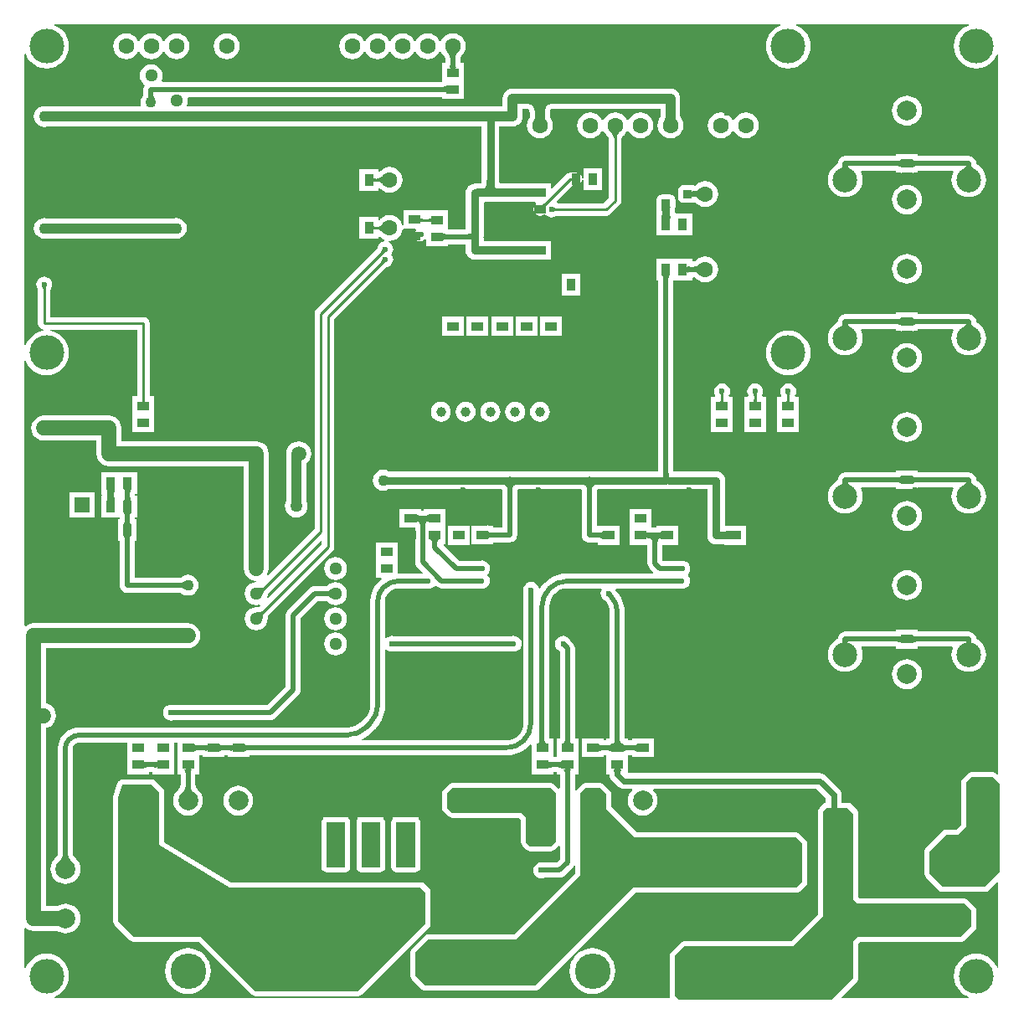
<source format=gbl>
G04 Layer_Physical_Order=2*
G04 Layer_Color=16711680*
%FSTAX24Y24*%
%MOIN*%
G70*
G01*
G75*
%ADD10C,0.0197*%
%ADD16R,0.0472X0.0354*%
%ADD20R,0.0472X0.1575*%
%ADD27C,0.0098*%
%ADD28C,0.0394*%
%ADD29C,0.0591*%
%ADD32C,0.0591*%
%ADD33C,0.0630*%
%ADD34C,0.1181*%
%ADD35C,0.0512*%
%ADD36C,0.1417*%
%ADD37C,0.0787*%
%ADD38C,0.1378*%
%ADD39C,0.1024*%
%ADD40C,0.0984*%
%ADD41C,0.0433*%
%ADD42C,0.0394*%
%ADD43C,0.0500*%
%ADD44C,0.0236*%
%ADD45R,0.0354X0.0472*%
G04:AMPARAMS|DCode=46|XSize=31.5mil|YSize=35.4mil|CornerRadius=1.6mil|HoleSize=0mil|Usage=FLASHONLY|Rotation=90.000|XOffset=0mil|YOffset=0mil|HoleType=Round|Shape=RoundedRectangle|*
%AMROUNDEDRECTD46*
21,1,0.0315,0.0323,0,0,90.0*
21,1,0.0283,0.0354,0,0,90.0*
1,1,0.0032,0.0161,0.0142*
1,1,0.0032,0.0161,-0.0142*
1,1,0.0032,-0.0161,-0.0142*
1,1,0.0032,-0.0161,0.0142*
%
%ADD46ROUNDEDRECTD46*%
%ADD47R,0.1378X0.0630*%
%ADD48R,0.0618X0.0612*%
%ADD49R,0.0612X0.0618*%
%ADD50C,0.0315*%
%ADD51C,0.0276*%
%ADD52C,0.0236*%
G36*
X045383Y016901D02*
X045389Y016888D01*
X045398Y016877D01*
X045412Y016866D01*
X04543Y016858D01*
X045452Y016851D01*
X045477Y016846D01*
X045507Y016842D01*
X04554Y016839D01*
X045578Y016839D01*
Y016642D01*
X04554Y016641D01*
X045477Y016635D01*
X045452Y016629D01*
X04543Y016622D01*
X045412Y016614D01*
X045398Y016604D01*
X045389Y016592D01*
X045383Y016579D01*
X045381Y016564D01*
Y016916D01*
X045383Y016901D01*
D02*
G37*
G36*
X044911Y016564D02*
X044909Y016579D01*
X044903Y016592D01*
X044893Y016604D01*
X044879Y016614D01*
X044861Y016622D01*
X04484Y016629D01*
X044814Y016635D01*
X044785Y016639D01*
X044751Y016641D01*
X044714Y016642D01*
Y016839D01*
X044751Y016839D01*
X044814Y016846D01*
X04484Y016851D01*
X044861Y016858D01*
X044879Y016866D01*
X044893Y016877D01*
X044903Y016888D01*
X044909Y016901D01*
X044911Y016916D01*
Y016564D01*
D02*
G37*
G36*
X028288Y016901D02*
X028294Y016888D01*
X028304Y016877D01*
X028318Y016867D01*
X028335Y016858D01*
X028357Y016851D01*
X028383Y016846D01*
X028412Y016842D01*
X028446Y016839D01*
X028483Y016839D01*
Y016642D01*
X028446Y016641D01*
X028383Y016635D01*
X028357Y016629D01*
X028335Y016622D01*
X028318Y016614D01*
X028304Y016604D01*
X028294Y016592D01*
X028288Y016579D01*
X028286Y016564D01*
Y016916D01*
X028288Y016901D01*
D02*
G37*
G36*
X045919Y016564D02*
X045917Y016579D01*
X045911Y016592D01*
X045901Y016604D01*
X045887Y016614D01*
X045869Y016622D01*
X045848Y016629D01*
X045822Y016635D01*
X045793Y016639D01*
X045759Y016641D01*
X045722Y016642D01*
Y016839D01*
X045759Y016839D01*
X045822Y016846D01*
X045848Y016851D01*
X045869Y016858D01*
X045887Y016866D01*
X045901Y016877D01*
X045911Y016888D01*
X045917Y016901D01*
X045919Y016916D01*
Y016564D01*
D02*
G37*
G36*
X030288Y016901D02*
X030294Y016888D01*
X030304Y016877D01*
X030318Y016866D01*
X030335Y016858D01*
X030357Y016851D01*
X030383Y016846D01*
X030412Y016842D01*
X030446Y016839D01*
X030483Y016839D01*
Y016642D01*
X030446Y016641D01*
X030383Y016635D01*
X030357Y016629D01*
X030335Y016622D01*
X030318Y016614D01*
X030304Y016604D01*
X030294Y016592D01*
X030288Y016579D01*
X030286Y016564D01*
Y016916D01*
X030288Y016901D01*
D02*
G37*
G36*
X042391Y016232D02*
X042396Y016219D01*
X042406Y016207D01*
X04242Y016197D01*
X042438Y016189D01*
X042459Y016182D01*
X042485Y016176D01*
X042515Y016172D01*
X042548Y01617D01*
X042585Y016169D01*
Y015972D01*
X042548Y015972D01*
X042485Y015965D01*
X042459Y01596D01*
X042438Y015953D01*
X04242Y015945D01*
X042406Y015934D01*
X042396Y015923D01*
X042391Y01591D01*
X042389Y015895D01*
Y016247D01*
X042391Y016232D01*
D02*
G37*
G36*
X026816Y015895D02*
X026814Y01591D01*
X026808Y015923D01*
X026798Y015934D01*
X026785Y015945D01*
X026767Y015953D01*
X026745Y01596D01*
X02672Y015965D01*
X02669Y015969D01*
X026657Y015972D01*
X026619Y015972D01*
Y016169D01*
X026657Y01617D01*
X02672Y016176D01*
X026745Y016182D01*
X026767Y016189D01*
X026785Y016197D01*
X026798Y016207D01*
X026808Y016219D01*
X026814Y016232D01*
X026816Y016247D01*
Y015895D01*
D02*
G37*
G36*
X029816Y016564D02*
X029814Y016579D01*
X029808Y016592D01*
X029798Y016604D01*
X029785Y016614D01*
X029767Y016622D01*
X029745Y016629D01*
X02972Y016635D01*
X02969Y016639D01*
X029657Y016641D01*
X029619Y016642D01*
Y016839D01*
X029657Y016839D01*
X02972Y016846D01*
X029745Y016851D01*
X029767Y016858D01*
X029785Y016867D01*
X029798Y016877D01*
X029808Y016888D01*
X029814Y016901D01*
X029816Y016916D01*
Y016564D01*
D02*
G37*
G36*
X044391Y016901D02*
X044396Y016888D01*
X044406Y016877D01*
X04442Y016866D01*
X044438Y016858D01*
X044459Y016851D01*
X044485Y016846D01*
X044515Y016842D01*
X044548Y016839D01*
X044585Y016839D01*
Y016642D01*
X044548Y016641D01*
X044485Y016635D01*
X044459Y016629D01*
X044438Y016622D01*
X04442Y016614D01*
X044406Y016604D01*
X044396Y016592D01*
X044391Y016579D01*
X044389Y016564D01*
Y016916D01*
X044391Y016901D01*
D02*
G37*
G36*
X028816Y016564D02*
X028814Y016579D01*
X028808Y016592D01*
X028798Y016604D01*
X028785Y016614D01*
X028767Y016622D01*
X028745Y016629D01*
X02872Y016635D01*
X02869Y016639D01*
X028657Y016641D01*
X028619Y016642D01*
Y016839D01*
X028657Y016839D01*
X02872Y016846D01*
X028745Y016851D01*
X028767Y016858D01*
X028785Y016867D01*
X028798Y016877D01*
X028808Y016888D01*
X028814Y016901D01*
X028816Y016916D01*
Y016564D01*
D02*
G37*
G36*
X037641Y025824D02*
X03769Y025791D01*
X037653Y025789D01*
X037641Y025787D01*
Y025714D01*
X037639Y025729D01*
X037633Y025742D01*
X037623Y025753D01*
X037609Y025763D01*
X037592Y025772D01*
X037588Y025773D01*
X037564Y02576D01*
X037542Y025742D01*
X037525Y02572D01*
X037511Y025695D01*
X037501Y025665D01*
X037495Y025632D01*
X037493Y025594D01*
X037296D01*
X037294Y025632D01*
X037288Y025665D01*
X037279Y025695D01*
X037265Y02572D01*
X037247Y025742D01*
X037225Y02576D01*
X037201Y025773D01*
X037198Y025772D01*
X03718Y025763D01*
X037166Y025753D01*
X037156Y025742D01*
X03715Y025729D01*
X037148Y025714D01*
Y025787D01*
X037137Y025789D01*
X037099Y025791D01*
X037148Y025824D01*
Y026066D01*
X03715Y026051D01*
X037156Y026038D01*
X037166Y026026D01*
X03718Y026016D01*
X037198Y026008D01*
X037219Y026001D01*
X037245Y025995D01*
X037274Y025991D01*
X037308Y025989D01*
X037345Y025988D01*
Y025955D01*
X037395Y025988D01*
X037444Y025955D01*
Y025988D01*
X037482Y025989D01*
X037545Y025995D01*
X03757Y026001D01*
X037592Y026008D01*
X037609Y026016D01*
X037623Y026026D01*
X037633Y026038D01*
X037639Y026051D01*
X037641Y026066D01*
Y025824D01*
D02*
G37*
G36*
X046891Y02514D02*
X046941Y025106D01*
X046904Y025104D01*
X046891Y025102D01*
Y025029D01*
X046889Y025043D01*
X046883Y025057D01*
X046873Y025068D01*
X046859Y025078D01*
X046842Y025087D01*
X046839Y025088D01*
X046815Y025075D01*
X046793Y025057D01*
X046776Y025035D01*
X046762Y02501D01*
X046752Y02498D01*
X046746Y024947D01*
X046744Y024909D01*
X046547D01*
X046545Y024947D01*
X046539Y02498D01*
X04653Y02501D01*
X046516Y025035D01*
X046498Y025057D01*
X046476Y025075D01*
X046451Y025089D01*
X046421Y025098D01*
X046415Y025099D01*
X046414Y025099D01*
X046389Y025094D01*
X046367Y025087D01*
X046349Y025078D01*
X046335Y025068D01*
X046326Y025057D01*
X04632Y025043D01*
X046318Y025029D01*
Y025381D01*
X04632Y025366D01*
X046326Y025353D01*
X046335Y025341D01*
X046349Y025331D01*
X046367Y025323D01*
X046389Y025316D01*
X046414Y02531D01*
X046444Y025306D01*
X046477Y025304D01*
X046515Y025303D01*
Y025216D01*
X046646Y025303D01*
X046694Y025271D01*
Y025303D01*
X046732Y025304D01*
X046795Y02531D01*
X04682Y025316D01*
X046842Y025323D01*
X046859Y025331D01*
X046873Y025341D01*
X046883Y025353D01*
X046889Y025366D01*
X046891Y025381D01*
Y02514D01*
D02*
G37*
G36*
X026329Y030618D02*
X026331Y030601D01*
X026333Y030586D01*
X026337Y030573D01*
X026341Y030562D01*
X026346Y030553D01*
X026353Y030546D01*
X02636Y030541D01*
X026369Y030538D01*
X026378Y030537D01*
X026181D01*
X02619Y030538D01*
X026199Y030541D01*
X026206Y030546D01*
X026213Y030553D01*
X026218Y030562D01*
X026222Y030573D01*
X026226Y030586D01*
X026228Y030601D01*
X02623Y030618D01*
X02623Y030637D01*
X026329D01*
X026329Y030618D01*
D02*
G37*
G36*
X022407Y035094D02*
X022401Y035086D01*
X022396Y035078D01*
X022392Y03507D01*
X022388Y035061D01*
X022385Y035051D01*
X022383Y035041D01*
X022381Y03503D01*
X02238Y035019D01*
X02238Y035007D01*
X022281D01*
X022281Y035019D01*
X02228Y03503D01*
X022278Y035041D01*
X022276Y035051D01*
X022273Y035061D01*
X022269Y03507D01*
X022265Y035078D01*
X02226Y035086D01*
X022254Y035094D01*
X022248Y035101D01*
X022413D01*
X022407Y035094D01*
D02*
G37*
G36*
X038054Y025044D02*
X038037Y025038D01*
X038023Y025028D01*
X03801Y025014D01*
X037999Y024996D01*
X03799Y024974D01*
X037983Y024949D01*
X037978Y024919D01*
X037975Y024885D01*
X037974Y024848D01*
X037778D01*
X037777Y024885D01*
X037774Y024919D01*
X037769Y024949D01*
X037762Y024974D01*
X037753Y024996D01*
X037742Y025014D01*
X037729Y025028D01*
X037715Y025038D01*
X037698Y025044D01*
X037679Y025046D01*
X038073D01*
X038054Y025044D01*
D02*
G37*
G36*
X043253Y017075D02*
X043256Y017042D01*
X043261Y017012D01*
X043268Y016986D01*
X043277Y016964D01*
X043287Y016947D01*
X0433Y016933D01*
X043315Y016923D01*
X043332Y016917D01*
X04335Y016915D01*
X042957D01*
X042975Y016917D01*
X042992Y016923D01*
X043007Y016933D01*
X04302Y016947D01*
X043031Y016964D01*
X043039Y016986D01*
X043046Y017012D01*
X043051Y017042D01*
X043054Y017075D01*
X043055Y017113D01*
X043252D01*
X043253Y017075D01*
D02*
G37*
G36*
X029288Y016901D02*
X029294Y016888D01*
X029304Y016877D01*
X029318Y016867D01*
X029335Y016858D01*
X029357Y016851D01*
X029383Y016846D01*
X029412Y016842D01*
X029446Y016839D01*
X029483Y016839D01*
Y016642D01*
X029446Y016641D01*
X029383Y016635D01*
X029357Y016629D01*
X029335Y016622D01*
X029318Y016614D01*
X029304Y016604D01*
X029294Y016592D01*
X029288Y016579D01*
X029286Y016564D01*
Y016916D01*
X029288Y016901D01*
D02*
G37*
G36*
X042245Y017075D02*
X042248Y017042D01*
X042253Y017012D01*
X04226Y016986D01*
X042269Y016964D01*
X04228Y016947D01*
X042292Y016933D01*
X042307Y016923D01*
X042324Y016917D01*
X042343Y016915D01*
X041949D01*
X041968Y016917D01*
X041984Y016923D01*
X041999Y016933D01*
X042012Y016947D01*
X042023Y016964D01*
X042031Y016986D01*
X042038Y017012D01*
X042043Y017042D01*
X042046Y017075D01*
X042047Y017113D01*
X042244D01*
X042245Y017075D01*
D02*
G37*
G36*
X045245D02*
X045248Y017042D01*
X045253Y017012D01*
X04526Y016986D01*
X045269Y016964D01*
X04528Y016947D01*
X045292Y016933D01*
X045307Y016923D01*
X045324Y016917D01*
X045343Y016915D01*
X044949D01*
X044968Y016917D01*
X044984Y016923D01*
X044999Y016933D01*
X045012Y016947D01*
X045023Y016964D01*
X045031Y016986D01*
X045038Y017012D01*
X045043Y017042D01*
X045046Y017075D01*
X045047Y017113D01*
X045244D01*
X045245Y017075D01*
D02*
G37*
G36*
X054547Y014122D02*
Y010697D01*
X054705Y010539D01*
X058957D01*
X059232Y010264D01*
Y009634D01*
X058799Y009201D01*
X054705D01*
X054547Y009043D01*
Y007587D01*
X053681Y00672D01*
X047579D01*
X047421Y006878D01*
Y008453D01*
X047815Y008846D01*
X052146D01*
X053327Y010028D01*
Y014201D01*
X053484Y014358D01*
X054311D01*
X054547Y014122D01*
D02*
G37*
G36*
X023269Y012502D02*
X023275Y012469D01*
X023284Y012436D01*
X023296Y012403D01*
X023312Y012369D01*
X023331Y012336D01*
X023355Y012302D01*
X023381Y012268D01*
X023411Y012233D01*
X023445Y012198D01*
X022894D01*
X022927Y012233D01*
X022984Y012302D01*
X023007Y012336D01*
X023027Y012369D01*
X023043Y012403D01*
X023055Y012436D01*
X023064Y012469D01*
X023069Y012502D01*
X023071Y012535D01*
X023268D01*
X023269Y012502D01*
D02*
G37*
G36*
X042697Y014949D02*
Y01302D01*
X0425Y012823D01*
X041673D01*
X041516Y01298D01*
Y013965D01*
X041516D01*
X041319Y014161D01*
X038563D01*
X038366Y014358D01*
Y014949D01*
X038563Y015146D01*
X0425D01*
X042697Y014949D01*
D02*
G37*
G36*
X044665D02*
X044705Y014909D01*
X044705Y014319D01*
X045846Y013177D01*
X052264D01*
X0525Y012941D01*
Y011406D01*
X052264Y011169D01*
X045768Y011169D01*
X042815Y008217D01*
X04187Y007272D01*
X0375D01*
X037106Y007665D01*
Y00861D01*
X037618Y009122D01*
X041122D01*
X043681Y011681D01*
Y014949D01*
X043878Y015146D01*
X044468D01*
X044665Y014949D01*
D02*
G37*
G36*
X060374Y015303D02*
Y011799D01*
X059783Y011209D01*
X058091D01*
X057579Y01172D01*
Y012626D01*
X058248Y013295D01*
X05872D01*
X059035Y01361D01*
Y015382D01*
X059232Y015579D01*
X060098D01*
X060374Y015303D01*
D02*
G37*
G36*
X059125Y045507D02*
X059089Y045496D01*
X058935Y045413D01*
X0588Y045303D01*
X058689Y045168D01*
X058607Y045014D01*
X058556Y044847D01*
X058539Y044673D01*
X058556Y0445D01*
X058607Y044333D01*
X058689Y044179D01*
X0588Y044044D01*
X058935Y043933D01*
X059089Y043851D01*
X059255Y0438D01*
X059429Y043783D01*
X059603Y0438D01*
X05977Y043851D01*
X059924Y043933D01*
X060059Y044044D01*
X060169Y044179D01*
X060251Y044333D01*
X060262Y044369D01*
X060312Y044361D01*
Y015714D01*
X060266Y015695D01*
X06024Y015721D01*
X060175Y015764D01*
X060098Y015779D01*
X059232D01*
X059155Y015764D01*
X05909Y015721D01*
X058894Y015524D01*
X05885Y015459D01*
X058835Y015382D01*
Y013693D01*
X058637Y013496D01*
X058248D01*
X058171Y013481D01*
X058106Y013437D01*
X057437Y012768D01*
X057393Y012703D01*
X057378Y012626D01*
Y01172D01*
X057393Y011644D01*
X057437Y011579D01*
X057949Y011067D01*
X058014Y011023D01*
X058091Y011008D01*
X059783D01*
X05986Y011023D01*
X059925Y011067D01*
X060266Y011408D01*
X060312Y011388D01*
Y007977D01*
X060262Y00797D01*
X060251Y008006D01*
X060169Y00816D01*
X060059Y008295D01*
X059924Y008405D01*
X05977Y008488D01*
X059603Y008538D01*
X059429Y008555D01*
X059255Y008538D01*
X059089Y008488D01*
X058935Y008405D01*
X0588Y008295D01*
X058689Y00816D01*
X058607Y008006D01*
X058556Y007839D01*
X058539Y007665D01*
X058556Y007492D01*
X058607Y007325D01*
X058689Y007171D01*
X0588Y007036D01*
X058935Y006925D01*
X059089Y006843D01*
X059125Y006832D01*
X059117Y006782D01*
X054092D01*
X054073Y006828D01*
X054689Y007445D01*
X054733Y00751D01*
X054748Y007587D01*
Y00896D01*
X054788Y009D01*
X058799D01*
X058876Y009015D01*
X058941Y009059D01*
X059374Y009492D01*
X059418Y009557D01*
X059433Y009634D01*
Y010264D01*
X059418Y010341D01*
X059374Y010406D01*
X059099Y010681D01*
X059033Y010725D01*
X058957Y01074D01*
X054788D01*
X054748Y01078D01*
Y014122D01*
X054733Y014199D01*
X054689Y014264D01*
X054453Y0145D01*
X054388Y014544D01*
X054311Y014559D01*
X054078D01*
Y01487D01*
X054067Y014952D01*
X054035Y015029D01*
X053984Y015095D01*
X053433Y015646D01*
X053368Y015696D01*
X053291Y015728D01*
X053209Y015739D01*
X045579D01*
Y016441D01*
X045582Y016441D01*
X045587Y016442D01*
X045712D01*
X045718Y016441D01*
X04572Y016441D01*
Y016366D01*
X045905D01*
X045919Y016363D01*
X045932Y016366D01*
X045945Y016365D01*
X045948Y016366D01*
X046587D01*
Y017114D01*
X045948D01*
X045945Y017115D01*
X045932Y017114D01*
X045919Y017117D01*
X045905Y017114D01*
X04572D01*
Y017039D01*
X045718Y017039D01*
X045712Y017038D01*
X045587D01*
X045582Y017039D01*
X045579Y017039D01*
Y017114D01*
X045445D01*
X045445Y017118D01*
X045443Y017124D01*
Y022121D01*
X045445D01*
X045429Y022324D01*
X045381Y022523D01*
X045303Y022711D01*
X045197Y022885D01*
X04508Y023022D01*
X045073Y023038D01*
X045092Y023088D01*
X047611D01*
X047632Y023079D01*
X047715Y023068D01*
X047797Y023079D01*
X047873Y023111D01*
X047939Y023161D01*
X04799Y023227D01*
X048021Y023304D01*
X048032Y023386D01*
X048021Y023468D01*
X04799Y023545D01*
X047955Y023589D01*
X047957Y023653D01*
X048007Y023719D01*
X048039Y023796D01*
X04805Y023878D01*
X048039Y02396D01*
X048007Y024037D01*
X047957Y024103D01*
X047891Y024153D01*
X047814Y024185D01*
X047732Y024196D01*
X04765Y024185D01*
X047628Y024176D01*
X046974D01*
X046943Y024206D01*
Y024831D01*
X047559D01*
Y025579D01*
X04692D01*
X046918Y02558D01*
X046904Y025579D01*
X046891Y025581D01*
X046878Y025579D01*
X046693D01*
Y025504D01*
X04669Y025504D01*
X046684Y025503D01*
X046524D01*
X046519Y025504D01*
X046516Y025504D01*
Y026248D01*
X04565D01*
Y0255D01*
Y024831D01*
X046289D01*
X046291Y02483D01*
X046298Y02483D01*
X046321Y024823D01*
X046348Y024786D01*
Y024083D01*
X046358Y024006D01*
X046388Y023934D01*
X046435Y023872D01*
X046577Y02373D01*
X046558Y023684D01*
X04315D01*
Y023685D01*
X04311Y023684D01*
X043101Y023682D01*
X043078Y023679D01*
X042947Y023669D01*
X042749Y023622D01*
X042561Y023543D01*
X042387Y023437D01*
X042264Y023332D01*
X042232Y023305D01*
X042232Y023305D01*
X042227Y0233D01*
X042227Y0233D01*
X042095Y023145D01*
X042065Y023096D01*
X042034Y023103D01*
X042015Y023111D01*
X041984Y023186D01*
X041933Y023252D01*
X041867Y023303D01*
X041791Y023334D01*
X041709Y023345D01*
X041626Y023334D01*
X04155Y023303D01*
X041484Y023252D01*
X041434Y023186D01*
X041402Y02311D01*
X041391Y023028D01*
X041402Y022945D01*
X041407Y022933D01*
Y01774D01*
X041407Y017736D01*
X041394Y017603D01*
X041354Y017471D01*
X041289Y01735D01*
X041202Y017243D01*
X041095Y017156D01*
X040974Y017091D01*
X040842Y017051D01*
X040709Y017037D01*
X040705Y017038D01*
X034993D01*
X034983Y017087D01*
X03501Y017098D01*
X035184Y017205D01*
X035339Y017337D01*
X035338Y017338D01*
X035485Y017485D01*
X035521Y017519D01*
X035521Y017519D01*
X035654Y017674D01*
X03576Y017848D01*
X035838Y018036D01*
X035886Y018235D01*
X035902Y018438D01*
X0359D01*
Y020647D01*
X035932Y020657D01*
X03595Y02066D01*
X036014Y020611D01*
X036091Y020579D01*
X036173Y020568D01*
X036255Y020579D01*
X036277Y020588D01*
X040912D01*
X040934Y020579D01*
X041016Y020568D01*
X041098Y020579D01*
X041175Y020611D01*
X04124Y020661D01*
X041291Y020727D01*
X041323Y020804D01*
X041333Y020886D01*
X041323Y020968D01*
X041291Y021045D01*
X04124Y02111D01*
X041175Y021161D01*
X041098Y021193D01*
X041016Y021203D01*
X040934Y021193D01*
X040912Y021184D01*
X036277D01*
X036255Y021193D01*
X036173Y021203D01*
X036091Y021193D01*
X036014Y021161D01*
X03595Y021112D01*
X035932Y021114D01*
X0359Y021125D01*
Y022583D01*
X035899Y022589D01*
X035915Y022708D01*
X035963Y022824D01*
X036036Y022919D01*
X036041Y022923D01*
X036047Y022931D01*
X036157Y023015D01*
X036293Y023071D01*
X03643Y023089D01*
X036439Y023088D01*
X037504D01*
X037526Y023079D01*
X037608Y023068D01*
X03769Y023079D01*
X037767Y023111D01*
X037833Y023161D01*
X037854Y023189D01*
X037921Y023194D01*
X037931Y023183D01*
X037931Y023183D01*
X037993Y023136D01*
X038065Y023106D01*
X038142Y023096D01*
X039642D01*
X039664Y023087D01*
X039746Y023076D01*
X039828Y023087D01*
X039905Y023119D01*
X039971Y023169D01*
X040021Y023235D01*
X040053Y023311D01*
X040064Y023394D01*
X040053Y023476D01*
X040021Y023553D01*
X039971Y023618D01*
Y023655D01*
X039979Y023661D01*
X040029Y023727D01*
X040061Y023804D01*
X040072Y023886D01*
X040061Y023968D01*
X040029Y024045D01*
X039979Y02411D01*
X039913Y024161D01*
X039836Y024193D01*
X039754Y024204D01*
X039672Y024193D01*
X03965Y024184D01*
X03884D01*
X038223Y0248D01*
X038242Y024846D01*
X038309D01*
Y025516D01*
Y026264D01*
X03767D01*
X037668Y026265D01*
X037654Y026264D01*
X037641Y026266D01*
X037628Y026264D01*
X037443D01*
Y026189D01*
X03744Y026189D01*
X037434Y026188D01*
X037355D01*
X037349Y026189D01*
X037346Y026189D01*
Y026264D01*
X037162D01*
X037148Y026266D01*
X037135Y026264D01*
X037122Y026265D01*
X037119Y026264D01*
X03648D01*
Y025516D01*
X037097D01*
Y024141D01*
X037107Y024064D01*
X037137Y023992D01*
X037184Y02393D01*
X037384Y02373D01*
X037365Y023684D01*
X036487D01*
X036439Y023685D01*
X036409Y023712D01*
Y024181D01*
Y024929D01*
X035543D01*
Y024181D01*
Y023512D01*
X035733D01*
X035756Y023467D01*
X035756Y023462D01*
X035619Y023345D01*
X03562Y023345D01*
X03551Y023216D01*
X035421Y023072D01*
X035357Y022916D01*
X035317Y022751D01*
X035304Y022583D01*
X035305D01*
Y018438D01*
X035305Y018434D01*
X035292Y018301D01*
X035252Y018169D01*
X035187Y018047D01*
X03513Y017978D01*
X035099Y017941D01*
X035064Y017907D01*
X034917Y017759D01*
X034914Y017756D01*
X034811Y017671D01*
X03469Y017606D01*
X034558Y017566D01*
X034424Y017553D01*
X03442Y017554D01*
X023743D01*
Y017556D01*
X023566Y017538D01*
X023397Y017487D01*
X02324Y017403D01*
X023103Y017291D01*
X023103Y01729D01*
X023004Y01717D01*
X022931Y017032D01*
X022885Y016882D01*
X02287Y016727D01*
X022871D01*
Y01255D01*
X02287Y012546D01*
X022869Y012524D01*
X022867Y012511D01*
X022864Y012497D01*
X022857Y012481D01*
X022849Y012463D01*
X022837Y012442D01*
X022823Y012422D01*
X022778Y012367D01*
X02275Y012338D01*
X022746Y012332D01*
X022676Y012247D01*
X022621Y012144D01*
X022587Y012033D01*
X022576Y011917D01*
X022587Y011802D01*
X022621Y01169D01*
X022676Y011588D01*
X02275Y011498D01*
X02284Y011424D01*
X022942Y011369D01*
X023054Y011335D01*
X023169Y011324D01*
X023285Y011335D01*
X023396Y011369D01*
X023499Y011424D01*
X023589Y011498D01*
X023663Y011588D01*
X023718Y01169D01*
X023751Y011802D01*
X023763Y011917D01*
X023751Y012033D01*
X023718Y012144D01*
X023663Y012247D01*
X023593Y012332D01*
X023589Y012338D01*
X023559Y012369D01*
X023536Y012395D01*
X023517Y01242D01*
X023502Y012442D01*
X02349Y012463D01*
X023481Y012481D01*
X023475Y012497D01*
X023471Y012511D01*
X023469Y012524D01*
X023468Y012546D01*
X023467Y01255D01*
Y016727D01*
X023467Y016731D01*
X023481Y016804D01*
X023522Y016866D01*
X023526Y016868D01*
X023526Y016869D01*
X023589Y016917D01*
X023663Y016948D01*
X023742Y016958D01*
X023743Y016958D01*
X025618D01*
Y016366D01*
Y015697D01*
X026257D01*
X02626Y015696D01*
X026273Y015697D01*
X026286Y015694D01*
X0263Y015697D01*
X026484D01*
Y015772D01*
X026487Y015772D01*
X026493Y015773D01*
X026609D01*
X026615Y015772D01*
X026618Y015772D01*
Y015697D01*
X026803D01*
X026816Y015694D01*
X026829Y015697D01*
X026843Y015696D01*
X026845Y015697D01*
X027484D01*
Y016366D01*
Y016958D01*
X027618D01*
Y016366D01*
Y015697D01*
X027752D01*
X027752Y015693D01*
X027753Y015687D01*
Y015272D01*
X027752Y015268D01*
X027751Y015246D01*
X027749Y015234D01*
X027745Y01522D01*
X027739Y015204D01*
X027731Y015185D01*
X027719Y015165D01*
X027705Y015145D01*
X02766Y01509D01*
X027632Y015061D01*
X027628Y015055D01*
X027558Y014969D01*
X027503Y014867D01*
X027469Y014756D01*
X027458Y01464D01*
X027469Y014524D01*
X027503Y014413D01*
X027558Y01431D01*
X027632Y01422D01*
X027722Y014146D01*
X027824Y014092D01*
X027935Y014058D01*
X028051Y014046D01*
X028167Y014058D01*
X028278Y014092D01*
X028381Y014146D01*
X028471Y01422D01*
X028545Y01431D01*
X028599Y014413D01*
X028633Y014524D01*
X028645Y01464D01*
X028633Y014756D01*
X028599Y014867D01*
X028545Y014969D01*
X028475Y015055D01*
X028471Y015061D01*
X028441Y015092D01*
X028418Y015118D01*
X028399Y015142D01*
X028384Y015165D01*
X028372Y015185D01*
X028363Y015204D01*
X028357Y01522D01*
X028353Y015234D01*
X028351Y015246D01*
X02835Y015268D01*
X028349Y015272D01*
Y015687D01*
X02835Y015693D01*
X02835Y015697D01*
X028484D01*
Y016441D01*
X028487Y016441D01*
X028493Y016442D01*
X028609D01*
X028615Y016441D01*
X028618Y016441D01*
Y016366D01*
X028803D01*
X028816Y016363D01*
X028829Y016366D01*
X028843Y016365D01*
X028845Y016366D01*
X029257D01*
X02926Y016365D01*
X029273Y016366D01*
X029286Y016363D01*
X0293Y016366D01*
X029484D01*
Y016441D01*
X029487Y016441D01*
X029493Y016442D01*
X029609D01*
X029615Y016441D01*
X029618Y016441D01*
Y016366D01*
X029803D01*
X029816Y016363D01*
X029829Y016366D01*
X029843Y016365D01*
X029845Y016366D01*
X030257D01*
X03026Y016365D01*
X030273Y016366D01*
X030286Y016363D01*
X0303Y016366D01*
X030484D01*
Y016441D01*
X030487Y016441D01*
X030493Y016442D01*
X040705D01*
Y016441D01*
X040908Y016457D01*
X041106Y016504D01*
X041295Y016582D01*
X041468Y016689D01*
X041623Y016821D01*
X041674Y01688D01*
X04172Y016863D01*
Y016366D01*
Y015697D01*
X042359D01*
X042362Y015696D01*
X042375Y015697D01*
X042389Y015694D01*
X042402Y015697D01*
X042587D01*
Y015772D01*
X04259Y015772D01*
X042595Y015773D01*
X042712D01*
X042718Y015772D01*
X04272Y015772D01*
Y015697D01*
X042854D01*
X042854Y015693D01*
X042856Y015687D01*
Y015144D01*
X042806Y015124D01*
X042642Y015288D01*
X042577Y015331D01*
X0425Y015346D01*
X038563D01*
X038486Y015331D01*
X038421Y015288D01*
X038224Y015091D01*
X038181Y015026D01*
X038165Y014949D01*
Y014358D01*
X038181Y014281D01*
X038224Y014216D01*
X038421Y014019D01*
X038486Y013976D01*
X038563Y013961D01*
X041236D01*
X041315Y013881D01*
Y01298D01*
X04133Y012904D01*
X041374Y012838D01*
X041531Y012681D01*
X041596Y012637D01*
X041673Y012622D01*
X0425D01*
X042577Y012637D01*
X042642Y012681D01*
X042806Y012845D01*
X042856Y012824D01*
Y012301D01*
X042721Y012166D01*
X042218D01*
X042196Y012175D01*
X042114Y012186D01*
X042032Y012175D01*
X041955Y012143D01*
X04189Y012093D01*
X041839Y012027D01*
X041807Y01195D01*
X041796Y011868D01*
X041807Y011786D01*
X041839Y011709D01*
X04189Y011643D01*
X041955Y011593D01*
X042032Y011561D01*
X042114Y01155D01*
X042196Y011561D01*
X042218Y01157D01*
X042844D01*
X042922Y01158D01*
X042993Y01161D01*
X043055Y011658D01*
X043364Y011967D01*
X043364Y011967D01*
X043411Y012028D01*
X04343Y012074D01*
X04348Y012064D01*
Y011764D01*
X041039Y009323D01*
X037618D01*
X037541Y009307D01*
X037476Y009264D01*
X036964Y008752D01*
X036921Y008687D01*
X036906Y00861D01*
Y007665D01*
X036921Y007589D01*
X036964Y007523D01*
X037358Y00713D01*
X037423Y007086D01*
X0375Y007071D01*
X04187D01*
X041947Y007086D01*
X042012Y00713D01*
X042957Y008075D01*
X042957Y008075D01*
X045851Y010969D01*
X052264Y010969D01*
X052341Y010984D01*
X052406Y011027D01*
X052642Y011264D01*
X052685Y011329D01*
X052701Y011406D01*
Y012941D01*
X052685Y013018D01*
X052642Y013083D01*
X052406Y013319D01*
X052341Y013363D01*
X052264Y013378D01*
X04593D01*
X044905Y014402D01*
X044905Y014909D01*
X04489Y014986D01*
X044847Y015051D01*
X044807Y015091D01*
X04461Y015288D01*
X044545Y015331D01*
X044468Y015346D01*
X043878D01*
X043801Y015331D01*
X043736Y015288D01*
X043539Y015091D01*
X043501Y015034D01*
X043462Y015039D01*
X043451Y015042D01*
Y015687D01*
X043453Y015693D01*
X043453Y015697D01*
X043587D01*
Y016366D01*
Y017114D01*
X043453D01*
X043453Y017118D01*
X043451Y017124D01*
Y020717D01*
X043441Y020794D01*
X043411Y020865D01*
X043364Y020927D01*
X043268Y021023D01*
X043259Y021045D01*
X043209Y02111D01*
X043143Y021161D01*
X043066Y021193D01*
X042984Y021203D01*
X042902Y021193D01*
X042825Y021161D01*
X04276Y02111D01*
X042709Y021045D01*
X042677Y020968D01*
X042667Y020886D01*
X042677Y020804D01*
X042709Y020727D01*
X04276Y020661D01*
X042825Y020611D01*
X042847Y020602D01*
X042856Y020593D01*
Y017124D01*
X042854Y017118D01*
X042854Y017114D01*
X04272D01*
Y01637D01*
X042718Y01637D01*
X042712Y016369D01*
X042595D01*
X04259Y01637D01*
X042587Y01637D01*
Y017114D01*
X042445D01*
X042445Y017118D01*
X042443Y017124D01*
Y022381D01*
X042443Y022385D01*
X042456Y022518D01*
X042496Y02265D01*
X042561Y022772D01*
X042646Y022875D01*
X042649Y022878D01*
X042654Y022882D01*
X042691Y022914D01*
X04276Y02297D01*
X042881Y023035D01*
X043013Y023075D01*
X043102Y023084D01*
X04315Y023088D01*
X04315Y023088D01*
X043199Y023088D01*
X044498D01*
X044517Y023038D01*
X044488Y022968D01*
X044478Y022886D01*
X044488Y022804D01*
X04452Y022727D01*
X044571Y022661D01*
X044636Y022611D01*
X044656Y022603D01*
X04473Y022512D01*
X044795Y02239D01*
X044835Y022258D01*
X044848Y022125D01*
X044848Y022121D01*
Y017124D01*
X044847Y017118D01*
X044847Y017114D01*
X044713D01*
Y017039D01*
X04471Y017039D01*
X044704Y017038D01*
X044595D01*
X04459Y017039D01*
X044587Y017039D01*
Y017114D01*
X044402D01*
X044389Y017117D01*
X044375Y017114D01*
X044362Y017115D01*
X044359Y017114D01*
X04372D01*
Y016366D01*
X044359D01*
X044362Y016365D01*
X044375Y016366D01*
X044389Y016363D01*
X044402Y016366D01*
X044587D01*
Y016441D01*
X04459Y016441D01*
X044595Y016442D01*
X044704D01*
X04471Y016441D01*
X044713Y016441D01*
Y015697D01*
X044827D01*
X044827Y015684D01*
X044831Y015666D01*
X044839Y015607D01*
X044871Y01553D01*
X044921Y015464D01*
X045189Y015197D01*
X045255Y015146D01*
X045331Y015114D01*
X045413Y015104D01*
X045718D01*
X045719Y0151D01*
X045729Y015054D01*
X04566Y014969D01*
X045605Y014867D01*
X045572Y014756D01*
X04556Y01464D01*
X045572Y014524D01*
X045605Y014413D01*
X04566Y01431D01*
X045734Y01422D01*
X045824Y014146D01*
X045926Y014092D01*
X046038Y014058D01*
X046154Y014046D01*
X046269Y014058D01*
X046381Y014092D01*
X046483Y014146D01*
X046573Y01422D01*
X046647Y01431D01*
X046702Y014413D01*
X046736Y014524D01*
X046747Y01464D01*
X046736Y014756D01*
X046702Y014867D01*
X046647Y014969D01*
X046578Y015054D01*
X046588Y0151D01*
X046589Y015104D01*
X053077D01*
X053442Y014738D01*
Y014551D01*
X053407Y014544D01*
X053342Y0145D01*
X053185Y014343D01*
X053141Y014278D01*
X053126Y014201D01*
Y010111D01*
X052063Y009047D01*
X047815D01*
X047738Y009032D01*
X047673Y008988D01*
X047279Y008595D01*
X047236Y00853D01*
X047221Y008453D01*
Y006878D01*
X04723Y006832D01*
X047193Y006782D01*
X022733D01*
X022726Y006832D01*
X022762Y006843D01*
X022916Y006925D01*
X023051Y007036D01*
X023161Y007171D01*
X023244Y007325D01*
X023294Y007492D01*
X023311Y007665D01*
X023294Y007839D01*
X023244Y008006D01*
X023161Y00816D01*
X023051Y008295D01*
X022916Y008405D01*
X022762Y008488D01*
X022595Y008538D01*
X022421Y008555D01*
X022248Y008538D01*
X022081Y008488D01*
X021927Y008405D01*
X021792Y008295D01*
X021681Y00816D01*
X021599Y008006D01*
X021588Y00797D01*
X021538Y007977D01*
Y009551D01*
X021588Y009575D01*
X021661Y009519D01*
X021781Y009469D01*
X021909Y009452D01*
X022845D01*
X022942Y009401D01*
X023054Y009367D01*
X023169Y009355D01*
X023285Y009367D01*
X023396Y009401D01*
X023499Y009455D01*
X023589Y009529D01*
X023663Y009619D01*
X023718Y009722D01*
X023751Y009833D01*
X023763Y009949D01*
X023751Y010065D01*
X023718Y010176D01*
X023663Y010279D01*
X023589Y010368D01*
X023499Y010442D01*
X023396Y010497D01*
X023285Y010531D01*
X023169Y010542D01*
X023054Y010531D01*
X022942Y010497D01*
X022845Y010445D01*
X022406D01*
Y017537D01*
X022432Y01754D01*
X022551Y01759D01*
X022654Y017669D01*
X022733Y017772D01*
X022783Y017891D01*
X0228Y01802D01*
X022783Y018148D01*
X022733Y018268D01*
X022654Y018371D01*
X022551Y01845D01*
X022432Y018499D01*
X022406Y018503D01*
Y020712D01*
X028051D01*
X02818Y020729D01*
X028299Y020779D01*
X028402Y020858D01*
X028481Y02096D01*
X028531Y02108D01*
X028548Y021209D01*
X028531Y021337D01*
X028481Y021457D01*
X028402Y02156D01*
X028299Y021639D01*
X02818Y021688D01*
X028051Y021705D01*
X021909D01*
X021781Y021688D01*
X021661Y021639D01*
X021588Y021582D01*
X021538Y021607D01*
Y032156D01*
X021588Y032164D01*
X021599Y032128D01*
X021681Y031974D01*
X021792Y031839D01*
X021927Y031728D01*
X022081Y031646D01*
X022248Y031595D01*
X022421Y031578D01*
X022595Y031595D01*
X022762Y031646D01*
X022916Y031728D01*
X023051Y031839D01*
X023161Y031974D01*
X023244Y032128D01*
X023294Y032295D01*
X023311Y032469D01*
X023294Y032642D01*
X023244Y032809D01*
X023161Y032963D01*
X023051Y033098D01*
X022916Y033209D01*
X022762Y033291D01*
X022595Y033342D01*
X022562Y033345D01*
X022564Y033395D01*
X026029D01*
Y030736D01*
X025846D01*
Y029988D01*
Y029319D01*
X026713D01*
Y029988D01*
Y030736D01*
X02653D01*
Y033646D01*
X026511Y033742D01*
X026457Y033823D01*
X026376Y033877D01*
X02628Y033897D01*
X022582D01*
Y034995D01*
X022606Y035026D01*
X022638Y035103D01*
X022648Y035185D01*
X022638Y035267D01*
X022606Y035344D01*
X022555Y03541D01*
X02249Y03546D01*
X022413Y035492D01*
X022331Y035503D01*
X022248Y035492D01*
X022172Y03546D01*
X022106Y03541D01*
X022056Y035344D01*
X022024Y035267D01*
X022013Y035185D01*
X022024Y035103D01*
X022056Y035026D01*
X02208Y034995D01*
Y033646D01*
X022099Y03355D01*
X022153Y033468D01*
X022235Y033414D01*
X022313Y033398D01*
X022311Y033348D01*
X022248Y033342D01*
X022081Y033291D01*
X021927Y033209D01*
X021792Y033098D01*
X021681Y032963D01*
X021599Y032809D01*
X021588Y032773D01*
X021538Y032781D01*
Y044361D01*
X021588Y044369D01*
X021599Y044333D01*
X021681Y044179D01*
X021792Y044044D01*
X021927Y043933D01*
X022081Y043851D01*
X022248Y0438D01*
X022421Y043783D01*
X022595Y0438D01*
X022762Y043851D01*
X022916Y043933D01*
X023051Y044044D01*
X023161Y044179D01*
X023244Y044333D01*
X023294Y0445D01*
X023311Y044673D01*
X023294Y044847D01*
X023244Y045014D01*
X023161Y045168D01*
X023051Y045303D01*
X022916Y045413D01*
X022762Y045496D01*
X022726Y045507D01*
X022733Y045557D01*
X051637D01*
X051644Y045507D01*
X051608Y045496D01*
X051454Y045413D01*
X051319Y045303D01*
X051209Y045168D01*
X051126Y045014D01*
X051076Y044847D01*
X051059Y044673D01*
X051076Y0445D01*
X051126Y044333D01*
X051209Y044179D01*
X051319Y044044D01*
X051454Y043933D01*
X051608Y043851D01*
X051775Y0438D01*
X051949Y043783D01*
X052122Y0438D01*
X052289Y043851D01*
X052443Y043933D01*
X052578Y044044D01*
X052689Y044179D01*
X052771Y044333D01*
X052822Y0445D01*
X052839Y044673D01*
X052822Y044847D01*
X052771Y045014D01*
X052689Y045168D01*
X052578Y045303D01*
X052443Y045413D01*
X052289Y045496D01*
X052253Y045507D01*
X052261Y045557D01*
X059117D01*
X059125Y045507D01*
D02*
G37*
G36*
X028151Y015225D02*
X028157Y015192D01*
X028166Y015159D01*
X028178Y015125D01*
X028194Y015092D01*
X028213Y015058D01*
X028236Y015024D01*
X028263Y01499D01*
X028293Y014956D01*
X028327Y014921D01*
X027776D01*
X027809Y014956D01*
X027866Y015024D01*
X027889Y015058D01*
X027908Y015092D01*
X027924Y015125D01*
X027937Y015159D01*
X027946Y015192D01*
X027951Y015225D01*
X027953Y015257D01*
X02815D01*
X028151Y015225D01*
D02*
G37*
G36*
X042919Y015895D02*
X042917Y01591D01*
X042911Y015923D01*
X042901Y015934D01*
X042887Y015945D01*
X042869Y015953D01*
X042848Y01596D01*
X042822Y015965D01*
X042793Y015969D01*
X042759Y015972D01*
X042722Y015972D01*
Y016169D01*
X042759Y01617D01*
X042822Y016176D01*
X042848Y016182D01*
X042869Y016189D01*
X042887Y016197D01*
X042901Y016207D01*
X042911Y016219D01*
X042917Y016232D01*
X042919Y016247D01*
Y015895D01*
D02*
G37*
G36*
X026288Y016232D02*
X026294Y016219D01*
X026304Y016207D01*
X026318Y016197D01*
X026335Y016189D01*
X026357Y016182D01*
X026383Y016176D01*
X026412Y016172D01*
X026446Y01617D01*
X026483Y016169D01*
Y015972D01*
X026446Y015972D01*
X026383Y015965D01*
X026357Y01596D01*
X026335Y015953D01*
X026318Y015945D01*
X026304Y015934D01*
X026294Y015923D01*
X026288Y01591D01*
X026286Y015895D01*
Y016247D01*
X026288Y016232D01*
D02*
G37*
G36*
X028229Y015894D02*
X028213Y015888D01*
X028198Y015878D01*
X028185Y015864D01*
X028174Y015847D01*
X028165Y015825D01*
X028158Y015799D01*
X028154Y015769D01*
X028151Y015736D01*
X02815Y015698D01*
X027953D01*
X027952Y015736D01*
X027949Y015769D01*
X027944Y015799D01*
X027937Y015825D01*
X027928Y015847D01*
X027917Y015864D01*
X027905Y015878D01*
X02789Y015888D01*
X027873Y015894D01*
X027854Y015896D01*
X028248D01*
X028229Y015894D01*
D02*
G37*
G36*
X043332D02*
X043315Y015888D01*
X0433Y015878D01*
X043287Y015864D01*
X043277Y015847D01*
X043268Y015825D01*
X043261Y015799D01*
X043256Y015769D01*
X043253Y015736D01*
X043252Y015698D01*
X043055D01*
X043054Y015736D01*
X043051Y015769D01*
X043046Y015799D01*
X043039Y015825D01*
X043031Y015847D01*
X04302Y015864D01*
X043007Y015878D01*
X042992Y015888D01*
X042975Y015894D01*
X042957Y015896D01*
X04335D01*
X043332Y015894D01*
D02*
G37*
G36*
X045335Y015894D02*
X04532Y015888D01*
X045307Y015877D01*
X045295Y015863D01*
X045286Y015844D01*
X045278Y015822D01*
X045272Y015795D01*
X045267Y015764D01*
X045265Y015728D01*
X045264Y015689D01*
X045028D01*
X045027Y015728D01*
X045024Y015764D01*
X04502Y015795D01*
X045014Y015822D01*
X045006Y015844D01*
X044996Y015863D01*
X044985Y015877D01*
X044971Y015888D01*
X044956Y015894D01*
X04494Y015896D01*
X045352D01*
X045335Y015894D01*
D02*
G37*
%LPC*%
G36*
X056673Y030109D02*
X056557Y030098D01*
X056446Y030064D01*
X056344Y030009D01*
X056254Y029935D01*
X05618Y029845D01*
X056125Y029743D01*
X056091Y029632D01*
X05608Y029516D01*
X056091Y0294D01*
X056125Y029289D01*
X05618Y029186D01*
X056254Y029096D01*
X056344Y029022D01*
X056446Y028968D01*
X056557Y028934D01*
X056673Y028922D01*
X056789Y028934D01*
X0569Y028968D01*
X057003Y029022D01*
X057093Y029096D01*
X057167Y029186D01*
X057221Y029289D01*
X057255Y0294D01*
X057267Y029516D01*
X057255Y029632D01*
X057221Y029743D01*
X057167Y029845D01*
X057093Y029935D01*
X057003Y030009D01*
X0569Y030064D01*
X056789Y030098D01*
X056673Y030109D01*
D02*
G37*
G36*
X049311Y031255D02*
X049229Y031244D01*
X049152Y031212D01*
X049086Y031162D01*
X049036Y031096D01*
X049004Y031019D01*
X048993Y030937D01*
X049004Y030855D01*
X049036Y030778D01*
X049045Y030767D01*
X04902Y030717D01*
X048878D01*
Y029969D01*
Y029299D01*
X049744D01*
Y029969D01*
Y030717D01*
X049602D01*
X049577Y030767D01*
X049586Y030778D01*
X049618Y030855D01*
X049629Y030937D01*
X049618Y031019D01*
X049586Y031096D01*
X049536Y031162D01*
X04947Y031212D01*
X049393Y031244D01*
X049311Y031255D01*
D02*
G37*
G36*
X028051Y008766D02*
X027874Y008749D01*
X027703Y008697D01*
X027546Y008613D01*
X027408Y0085D01*
X027295Y008362D01*
X027211Y008205D01*
X027159Y008034D01*
X027141Y007856D01*
X027159Y007679D01*
X027211Y007508D01*
X027295Y007351D01*
X027408Y007213D01*
X027546Y0071D01*
X027703Y007016D01*
X027874Y006964D01*
X028051Y006946D01*
X028229Y006964D01*
X028399Y007016D01*
X028557Y0071D01*
X028695Y007213D01*
X028808Y007351D01*
X028892Y007508D01*
X028944Y007679D01*
X028961Y007856D01*
X028944Y008034D01*
X028892Y008205D01*
X028808Y008362D01*
X028695Y0085D01*
X028557Y008613D01*
X028399Y008697D01*
X028229Y008749D01*
X028051Y008766D01*
D02*
G37*
G36*
X044154D02*
X043976Y008749D01*
X043805Y008697D01*
X043648Y008613D01*
X04351Y0085D01*
X043397Y008362D01*
X043313Y008205D01*
X043261Y008034D01*
X043244Y007856D01*
X043261Y007679D01*
X043313Y007508D01*
X043397Y007351D01*
X04351Y007213D01*
X043648Y0071D01*
X043805Y007016D01*
X043976Y006964D01*
X044154Y006946D01*
X044331Y006964D01*
X044502Y007016D01*
X044659Y0071D01*
X044797Y007213D01*
X04491Y007351D01*
X044994Y007508D01*
X045046Y007679D01*
X045063Y007856D01*
X045046Y008034D01*
X044994Y008205D01*
X04491Y008362D01*
X044797Y0085D01*
X044659Y008613D01*
X044502Y008697D01*
X044331Y008749D01*
X044154Y008766D01*
D02*
G37*
G36*
X032461Y028949D02*
X032332Y028932D01*
X032212Y028883D01*
X03211Y028804D01*
X032031Y028701D01*
X031981Y028581D01*
X031964Y028453D01*
X031971Y0284D01*
X031965Y028354D01*
Y028D01*
X031965Y027997D01*
X031965Y027995D01*
Y026575D01*
X031927Y026483D01*
X031911Y026366D01*
X031927Y026249D01*
X031972Y026141D01*
X032044Y026047D01*
X032137Y025976D01*
X032246Y025931D01*
X032362Y025915D01*
X032479Y025931D01*
X032588Y025976D01*
X032681Y026047D01*
X032753Y026141D01*
X032798Y026249D01*
X032813Y026366D01*
X032798Y026483D01*
X032759Y026575D01*
Y027993D01*
X03276Y027996D01*
X03276Y028026D01*
X032761Y028063D01*
X032812Y028102D01*
X032891Y028205D01*
X03294Y028324D01*
X032957Y028453D01*
X03294Y028581D01*
X032891Y028701D01*
X032812Y028804D01*
X032709Y028883D01*
X032589Y028932D01*
X032461Y028949D01*
D02*
G37*
G36*
X056908Y027786D02*
X056895Y027784D01*
X056882Y027784D01*
X056879Y027783D01*
X056467D01*
X056465Y027784D01*
X056451Y027784D01*
X056438Y027786D01*
X056425Y027783D01*
X05624D01*
Y027709D01*
X056237Y027709D01*
X056231Y027707D01*
X054213D01*
X054136Y027697D01*
X054064Y027667D01*
X054002Y02762D01*
X053955Y027558D01*
X053925Y027487D01*
X053918Y027435D01*
X053914Y027415D01*
X053913Y027391D01*
X053912Y02738D01*
X053828Y027335D01*
X053723Y027249D01*
X053637Y027144D01*
X053573Y027025D01*
X053534Y026895D01*
X05352Y02676D01*
X053534Y026625D01*
X053573Y026495D01*
X053637Y026375D01*
X053723Y02627D01*
X053828Y026184D01*
X053948Y02612D01*
X054078Y026081D01*
X054213Y026068D01*
X054348Y026081D01*
X054478Y02612D01*
X054597Y026184D01*
X054702Y02627D01*
X054788Y026375D01*
X054852Y026495D01*
X054892Y026625D01*
X054905Y02676D01*
X054892Y026895D01*
X054852Y027025D01*
X054829Y027069D01*
X054854Y027112D01*
X056231D01*
X056237Y02711D01*
X05624Y02711D01*
Y027035D01*
X056425D01*
X056438Y027033D01*
X056451Y027035D01*
X056465Y027035D01*
X056467Y027035D01*
X056879D01*
X056882Y027035D01*
X056895Y027035D01*
X056908Y027033D01*
X056922Y027035D01*
X057106D01*
Y02711D01*
X057109Y02711D01*
X057115Y027112D01*
X058492D01*
X058518Y027069D01*
X058494Y027025D01*
X058455Y026895D01*
X058442Y02676D01*
X058455Y026625D01*
X058494Y026495D01*
X058558Y026375D01*
X058644Y02627D01*
X058749Y026184D01*
X058869Y02612D01*
X058999Y026081D01*
X059134Y026068D01*
X059269Y026081D01*
X059399Y02612D01*
X059518Y026184D01*
X059623Y02627D01*
X059709Y026375D01*
X059773Y026495D01*
X059813Y026625D01*
X059826Y02676D01*
X059813Y026895D01*
X059773Y027025D01*
X059709Y027144D01*
X059623Y027249D01*
X059518Y027335D01*
X059435Y02738D01*
X059434Y027391D01*
X059433Y027415D01*
X059428Y027435D01*
X059422Y027487D01*
X059392Y027558D01*
X059344Y02762D01*
X059283Y027667D01*
X059211Y027697D01*
X059134Y027707D01*
X057115D01*
X057109Y027709D01*
X057106Y027709D01*
Y027783D01*
X056922D01*
X056908Y027786D01*
D02*
G37*
G36*
X05063Y031255D02*
X050548Y031244D01*
X050471Y031212D01*
X050405Y031162D01*
X050355Y031096D01*
X050323Y031019D01*
X050312Y030937D01*
X050323Y030855D01*
X050355Y030778D01*
X050364Y030767D01*
X050339Y030717D01*
X050197D01*
Y029969D01*
Y029299D01*
X051063D01*
Y029969D01*
Y030717D01*
X050921D01*
X050896Y030767D01*
X050905Y030778D01*
X050937Y030855D01*
X050948Y030937D01*
X050937Y031019D01*
X050905Y031096D01*
X050854Y031162D01*
X050789Y031212D01*
X050712Y031244D01*
X05063Y031255D01*
D02*
G37*
G36*
X042067Y030523D02*
X041964Y03051D01*
X041868Y03047D01*
X041786Y030407D01*
X041723Y030325D01*
X041683Y030229D01*
X04167Y030126D01*
X041683Y030023D01*
X041723Y029927D01*
X041786Y029845D01*
X041868Y029782D01*
X041964Y029742D01*
X042067Y029729D01*
X04217Y029742D01*
X042265Y029782D01*
X042348Y029845D01*
X042411Y029927D01*
X04245Y030023D01*
X042464Y030126D01*
X04245Y030229D01*
X042411Y030325D01*
X042348Y030407D01*
X042265Y03047D01*
X04217Y03051D01*
X042067Y030523D01*
D02*
G37*
G36*
X04108D02*
X040977Y03051D01*
X040881Y03047D01*
X040799Y030407D01*
X040736Y030325D01*
X040696Y030229D01*
X040683Y030126D01*
X040696Y030023D01*
X040736Y029927D01*
X040799Y029845D01*
X040881Y029782D01*
X040977Y029742D01*
X04108Y029729D01*
X041182Y029742D01*
X041278Y029782D01*
X041361Y029845D01*
X041424Y029927D01*
X041463Y030023D01*
X041477Y030126D01*
X041463Y030229D01*
X041424Y030325D01*
X041361Y030407D01*
X041278Y03047D01*
X041182Y03051D01*
X04108Y030523D01*
D02*
G37*
G36*
X051949Y033359D02*
X051775Y033342D01*
X051608Y033291D01*
X051454Y033209D01*
X051319Y033098D01*
X051209Y032963D01*
X051126Y032809D01*
X051076Y032642D01*
X051059Y032469D01*
X051076Y032295D01*
X051126Y032128D01*
X051209Y031974D01*
X051319Y031839D01*
X051454Y031728D01*
X051608Y031646D01*
X051775Y031595D01*
X051949Y031578D01*
X052122Y031595D01*
X052289Y031646D01*
X052443Y031728D01*
X052578Y031839D01*
X052689Y031974D01*
X052771Y032128D01*
X052822Y032295D01*
X052839Y032469D01*
X052822Y032642D01*
X052771Y032809D01*
X052689Y032963D01*
X052578Y033098D01*
X052443Y033209D01*
X052289Y033291D01*
X052122Y033342D01*
X051949Y033359D01*
D02*
G37*
G36*
X056673Y032865D02*
X056557Y032854D01*
X056446Y03282D01*
X056344Y032765D01*
X056254Y032691D01*
X05618Y032601D01*
X056125Y032499D01*
X056091Y032387D01*
X05608Y032272D01*
X056091Y032156D01*
X056125Y032045D01*
X05618Y031942D01*
X056254Y031852D01*
X056344Y031778D01*
X056446Y031723D01*
X056557Y03169D01*
X056673Y031678D01*
X056789Y03169D01*
X0569Y031723D01*
X057003Y031778D01*
X057093Y031852D01*
X057167Y031942D01*
X057221Y032045D01*
X057255Y032156D01*
X057267Y032272D01*
X057255Y032387D01*
X057221Y032499D01*
X057167Y032601D01*
X057093Y032691D01*
X057003Y032765D01*
X0569Y03282D01*
X056789Y032854D01*
X056673Y032865D01*
D02*
G37*
G36*
X038118Y030523D02*
X038015Y03051D01*
X03792Y03047D01*
X037837Y030407D01*
X037774Y030325D01*
X037735Y030229D01*
X037721Y030126D01*
X037735Y030023D01*
X037774Y029927D01*
X037837Y029845D01*
X03792Y029782D01*
X038015Y029742D01*
X038118Y029729D01*
X038221Y029742D01*
X038317Y029782D01*
X038399Y029845D01*
X038462Y029927D01*
X038502Y030023D01*
X038515Y030126D01*
X038502Y030229D01*
X038462Y030325D01*
X038399Y030407D01*
X038317Y03047D01*
X038221Y03051D01*
X038118Y030523D01*
D02*
G37*
G36*
X051949Y031255D02*
X051867Y031244D01*
X05179Y031212D01*
X051724Y031162D01*
X051674Y031096D01*
X051642Y031019D01*
X051631Y030937D01*
X051642Y030855D01*
X051674Y030778D01*
X051683Y030767D01*
X051658Y030717D01*
X051516D01*
Y029969D01*
Y029299D01*
X052382D01*
Y029969D01*
Y030717D01*
X05224D01*
X052215Y030767D01*
X052224Y030778D01*
X052256Y030855D01*
X052266Y030937D01*
X052256Y031019D01*
X052224Y031096D01*
X052173Y031162D01*
X052108Y031212D01*
X052031Y031244D01*
X051949Y031255D01*
D02*
G37*
G36*
X040093Y030523D02*
X03999Y03051D01*
X039894Y03047D01*
X039812Y030407D01*
X039749Y030325D01*
X039709Y030229D01*
X039695Y030126D01*
X039709Y030023D01*
X039749Y029927D01*
X039812Y029845D01*
X039894Y029782D01*
X03999Y029742D01*
X040093Y029729D01*
X040195Y029742D01*
X040291Y029782D01*
X040373Y029845D01*
X040436Y029927D01*
X040476Y030023D01*
X04049Y030126D01*
X040476Y030229D01*
X040436Y030325D01*
X040373Y030407D01*
X040291Y03047D01*
X040195Y03051D01*
X040093Y030523D01*
D02*
G37*
G36*
X039105D02*
X039003Y03051D01*
X038907Y03047D01*
X038825Y030407D01*
X038761Y030325D01*
X038722Y030229D01*
X038708Y030126D01*
X038722Y030023D01*
X038761Y029927D01*
X038825Y029845D01*
X038907Y029782D01*
X039003Y029742D01*
X039105Y029729D01*
X039208Y029742D01*
X039304Y029782D01*
X039386Y029845D01*
X039449Y029927D01*
X039489Y030023D01*
X039502Y030126D01*
X039489Y030229D01*
X039449Y030325D01*
X039386Y030407D01*
X039304Y03047D01*
X039208Y03051D01*
X039105Y030523D01*
D02*
G37*
G36*
X056673Y020267D02*
X056557Y020255D01*
X056446Y020221D01*
X056344Y020167D01*
X056254Y020093D01*
X05618Y020003D01*
X056125Y0199D01*
X056091Y019789D01*
X05608Y019673D01*
X056091Y019557D01*
X056125Y019446D01*
X05618Y019344D01*
X056254Y019254D01*
X056344Y01918D01*
X056446Y019125D01*
X056557Y019091D01*
X056673Y01908D01*
X056789Y019091D01*
X0569Y019125D01*
X057003Y01918D01*
X057093Y019254D01*
X057167Y019344D01*
X057221Y019446D01*
X057255Y019557D01*
X057267Y019673D01*
X057255Y019789D01*
X057221Y0199D01*
X057167Y020003D01*
X057093Y020093D01*
X057003Y020167D01*
X0569Y020221D01*
X056789Y020255D01*
X056673Y020267D01*
D02*
G37*
G36*
X034431Y013969D02*
X033419D01*
Y013907D01*
X033378Y013845D01*
X033362Y013768D01*
Y011996D01*
X033378Y011919D01*
X033419Y011857D01*
Y011853D01*
X033422D01*
X033486Y011811D01*
X033563Y011795D01*
X034311D01*
X034388Y011811D01*
X034453Y011854D01*
X034496Y011919D01*
X034512Y011996D01*
Y013768D01*
X034496Y013845D01*
X034453Y01391D01*
X034431Y013924D01*
Y013969D01*
D02*
G37*
G36*
X033925Y022342D02*
X033807Y022327D01*
X033697Y022281D01*
X033602Y022209D01*
X03353Y022114D01*
X033484Y022004D01*
X033469Y021886D01*
X033484Y021768D01*
X03353Y021657D01*
X033602Y021563D01*
X033697Y02149D01*
X033807Y021445D01*
X033925Y021429D01*
X034043Y021445D01*
X034153Y02149D01*
X034248Y021563D01*
X034321Y021657D01*
X034366Y021768D01*
X034382Y021886D01*
X034366Y022004D01*
X034321Y022114D01*
X034248Y022209D01*
X034153Y022281D01*
X034043Y022327D01*
X033925Y022342D01*
D02*
G37*
G36*
Y021342D02*
X033807Y021327D01*
X033697Y021281D01*
X033602Y021209D01*
X03353Y021114D01*
X033484Y021004D01*
X033469Y020886D01*
X033484Y020768D01*
X03353Y020657D01*
X033602Y020563D01*
X033697Y02049D01*
X033807Y020445D01*
X033925Y020429D01*
X034043Y020445D01*
X034153Y02049D01*
X034248Y020563D01*
X034321Y020657D01*
X034366Y020768D01*
X034382Y020886D01*
X034366Y021004D01*
X034321Y021114D01*
X034248Y021209D01*
X034153Y021281D01*
X034043Y021327D01*
X033925Y021342D01*
D02*
G37*
G36*
X030051Y015233D02*
X029935Y015222D01*
X029824Y015188D01*
X029722Y015133D01*
X029632Y015059D01*
X029558Y014969D01*
X029503Y014867D01*
X029469Y014756D01*
X029458Y01464D01*
X029469Y014524D01*
X029503Y014413D01*
X029558Y01431D01*
X029632Y01422D01*
X029722Y014146D01*
X029824Y014092D01*
X029935Y014058D01*
X030051Y014046D01*
X030167Y014058D01*
X030278Y014092D01*
X030381Y014146D01*
X030471Y01422D01*
X030545Y01431D01*
X030599Y014413D01*
X030633Y014524D01*
X030645Y01464D01*
X030633Y014756D01*
X030599Y014867D01*
X030545Y014969D01*
X030471Y015059D01*
X030381Y015133D01*
X030278Y015188D01*
X030167Y015222D01*
X030051Y015233D01*
D02*
G37*
G36*
X026614Y015484D02*
X025437D01*
X025427Y015482D01*
X025417Y015483D01*
X025389Y015475D01*
X02536Y015469D01*
X025352Y015463D01*
X025342Y01546D01*
X02532Y015442D01*
X025295Y015425D01*
X025289Y015417D01*
X025282Y015411D01*
X025268Y015385D01*
X025252Y01536D01*
X02525Y01535D01*
X025245Y015342D01*
X02508Y014794D01*
X025077Y014765D01*
X025071Y014736D01*
Y009835D01*
X025086Y009758D01*
X02513Y009693D01*
X02574Y009082D01*
X025805Y009039D01*
X025882Y009024D01*
X028484D01*
X030598Y006909D01*
X030663Y006866D01*
X03074Y00685D01*
X034823D01*
X0349Y006866D01*
X034965Y006909D01*
X037654Y009598D01*
X037697Y009663D01*
X037713Y00974D01*
Y010996D01*
X037697Y011073D01*
X037654Y011138D01*
X037453Y011339D01*
X037388Y011382D01*
X037311Y011398D01*
X029764D01*
X02711Y012992D01*
Y014988D01*
X027095Y015065D01*
X027051Y01513D01*
X026756Y015425D01*
X026691Y015469D01*
X026614Y015484D01*
D02*
G37*
G36*
X035825Y013969D02*
X034813D01*
Y013907D01*
X034771Y013845D01*
X034756Y013768D01*
Y011996D01*
X034771Y011919D01*
X034813Y011857D01*
Y011853D01*
X034816D01*
X03488Y011811D01*
X034957Y011795D01*
X035705D01*
X035782Y011811D01*
X035847Y011854D01*
X03589Y011919D01*
X035905Y011996D01*
Y013768D01*
X03589Y013845D01*
X035847Y01391D01*
X035825Y013924D01*
Y013969D01*
D02*
G37*
G36*
X037218D02*
X036207D01*
Y013907D01*
X036165Y013845D01*
X03615Y013768D01*
Y011996D01*
X036165Y011919D01*
X036207Y011857D01*
Y011853D01*
X03621D01*
X036274Y011811D01*
X03635Y011795D01*
X037098D01*
X037175Y011811D01*
X03724Y011854D01*
X037284Y011919D01*
X037299Y011996D01*
Y013768D01*
X037284Y013845D01*
X03724Y01391D01*
X037218Y013924D01*
Y013969D01*
D02*
G37*
G36*
X039272Y025579D02*
X038406D01*
Y024831D01*
X039272D01*
Y025579D01*
D02*
G37*
G36*
X033925Y024342D02*
X033807Y024327D01*
X033697Y024281D01*
X033602Y024209D01*
X03353Y024114D01*
X033484Y024004D01*
X033469Y023886D01*
X033484Y023768D01*
X03353Y023657D01*
X033602Y023563D01*
X033697Y02349D01*
X033807Y023445D01*
X033925Y023429D01*
X034043Y023445D01*
X034153Y02349D01*
X034248Y023563D01*
X034321Y023657D01*
X034366Y023768D01*
X034382Y023886D01*
X034366Y024004D01*
X034321Y024114D01*
X034248Y024209D01*
X034153Y024281D01*
X034043Y024327D01*
X033925Y024342D01*
D02*
G37*
G36*
X024342Y026911D02*
X023336D01*
Y0259D01*
X024342D01*
Y026911D01*
D02*
G37*
G36*
X056673Y026566D02*
X056557Y026554D01*
X056446Y026521D01*
X056344Y026466D01*
X056254Y026392D01*
X05618Y026302D01*
X056125Y0262D01*
X056091Y026088D01*
X05608Y025972D01*
X056091Y025857D01*
X056125Y025745D01*
X05618Y025643D01*
X056254Y025553D01*
X056344Y025479D01*
X056446Y025424D01*
X056557Y02539D01*
X056673Y025379D01*
X056789Y02539D01*
X0569Y025424D01*
X057003Y025479D01*
X057093Y025553D01*
X057167Y025643D01*
X057221Y025745D01*
X057255Y025857D01*
X057267Y025972D01*
X057255Y026088D01*
X057221Y0262D01*
X057167Y026302D01*
X057093Y026392D01*
X057003Y026466D01*
X0569Y026521D01*
X056789Y026554D01*
X056673Y026566D01*
D02*
G37*
G36*
X033925Y023342D02*
X033807Y023327D01*
X033697Y023281D01*
X033608Y023213D01*
X033605Y023211D01*
X033603Y023209D01*
X033602Y023209D01*
X033602Y023209D01*
X033595Y023202D01*
X033591Y023198D01*
X033587Y023196D01*
X033583Y023194D01*
X033578Y023192D01*
X033572Y02319D01*
X033566Y023188D01*
X033557Y023186D01*
X033547Y023185D01*
X033529Y023185D01*
X033524Y023184D01*
X033098D01*
X033021Y023173D01*
X03295Y023144D01*
X032888Y023096D01*
X032034Y022242D01*
X031986Y02218D01*
X031956Y022109D01*
X031946Y022031D01*
Y019186D01*
X031207Y018447D01*
X027465D01*
X027452Y018453D01*
X02737Y018463D01*
X027288Y018453D01*
X027211Y018421D01*
X027145Y01837D01*
X027095Y018305D01*
X027063Y018228D01*
X027052Y018146D01*
X027063Y018063D01*
X027095Y017987D01*
X027145Y017921D01*
X027211Y017871D01*
X027288Y017839D01*
X02737Y017828D01*
X027452Y017839D01*
X027484Y017852D01*
X031331D01*
X031408Y017862D01*
X03148Y017892D01*
X031541Y017939D01*
X032455Y018852D01*
X032455Y018852D01*
X032502Y018914D01*
X032532Y018986D01*
X032542Y019063D01*
Y021908D01*
X033222Y022588D01*
X033524D01*
X033529Y022587D01*
X033547Y022586D01*
X033557Y022585D01*
X033566Y022584D01*
X033572Y022582D01*
X033578Y02258D01*
X033583Y022578D01*
X033587Y022576D01*
X033591Y022573D01*
X033595Y02257D01*
X033602Y022563D01*
X033602Y022563D01*
X033603Y022563D01*
X033605Y02256D01*
X033608Y022559D01*
X033697Y02249D01*
X033807Y022445D01*
X033925Y022429D01*
X034043Y022445D01*
X034153Y02249D01*
X034248Y022563D01*
X034321Y022657D01*
X034366Y022768D01*
X034382Y022886D01*
X034366Y023004D01*
X034321Y023114D01*
X034248Y023209D01*
X034153Y023281D01*
X034043Y023327D01*
X033925Y023342D01*
D02*
G37*
G36*
X056908Y021448D02*
X056895Y021445D01*
X056882Y021446D01*
X056879Y021445D01*
X056467D01*
X056465Y021446D01*
X056451Y021445D01*
X056438Y021448D01*
X056425Y021445D01*
X05624D01*
Y02137D01*
X056237Y02137D01*
X056231Y021369D01*
X054213D01*
X054136Y021359D01*
X054064Y021329D01*
X054002Y021281D01*
X053955Y02122D01*
X053925Y021148D01*
X053918Y021098D01*
X053915Y021083D01*
X053828Y021036D01*
X053723Y02095D01*
X053637Y020845D01*
X053573Y020726D01*
X053534Y020596D01*
X05352Y020461D01*
X053534Y020326D01*
X053573Y020196D01*
X053637Y020076D01*
X053723Y019971D01*
X053828Y019885D01*
X053948Y019821D01*
X054078Y019782D01*
X054213Y019768D01*
X054348Y019782D01*
X054478Y019821D01*
X054597Y019885D01*
X054702Y019971D01*
X054788Y020076D01*
X054852Y020196D01*
X054892Y020326D01*
X054905Y020461D01*
X054892Y020596D01*
X054853Y020723D01*
X054851Y020732D01*
X054875Y020773D01*
X056231D01*
X056237Y020772D01*
X05624Y020772D01*
Y020697D01*
X056425D01*
X056438Y020694D01*
X056451Y020697D01*
X056465Y020696D01*
X056467Y020697D01*
X056879D01*
X056882Y020696D01*
X056895Y020697D01*
X056908Y020694D01*
X056922Y020697D01*
X057106D01*
Y020772D01*
X057109Y020772D01*
X057115Y020773D01*
X058471D01*
X058496Y020732D01*
X058493Y020723D01*
X058455Y020596D01*
X058442Y020461D01*
X058455Y020326D01*
X058494Y020196D01*
X058558Y020076D01*
X058644Y019971D01*
X058749Y019885D01*
X058869Y019821D01*
X058999Y019782D01*
X059134Y019768D01*
X059269Y019782D01*
X059399Y019821D01*
X059518Y019885D01*
X059623Y019971D01*
X059709Y020076D01*
X059773Y020196D01*
X059813Y020326D01*
X059826Y020461D01*
X059813Y020596D01*
X059773Y020726D01*
X059709Y020845D01*
X059623Y02095D01*
X059518Y021036D01*
X059431Y021083D01*
X059429Y021094D01*
X059422Y021148D01*
X059392Y02122D01*
X059344Y021281D01*
X059283Y021329D01*
X059211Y021359D01*
X059134Y021369D01*
X057115D01*
X057109Y02137D01*
X057106Y02137D01*
Y021445D01*
X056922D01*
X056908Y021448D01*
D02*
G37*
G36*
X02602Y027705D02*
X024602D01*
Y02705D01*
X0246Y027037D01*
X0246Y027034D01*
X0246Y027031D01*
X024602Y02702D01*
Y026839D01*
X024602D01*
X024623Y02681D01*
X024602Y02678D01*
X024602D01*
Y026599D01*
X0246Y026587D01*
X0246Y026584D01*
X0246Y026581D01*
X024602Y026568D01*
Y025913D01*
X025331D01*
X025331Y025911D01*
X025332Y025905D01*
Y025863D01*
X025331Y025857D01*
X025331Y025854D01*
X025256D01*
Y02567D01*
X025253Y025656D01*
X025256Y025643D01*
X025255Y02563D01*
X025256Y025627D01*
Y025215D01*
X025255Y025213D01*
X025256Y025199D01*
X025253Y025186D01*
X025256Y025173D01*
Y024988D01*
X025331D01*
X025331Y024985D01*
X025332Y024979D01*
Y023217D01*
X025342Y023139D01*
X025372Y023068D01*
X025419Y023006D01*
X025481Y022959D01*
X025553Y022929D01*
X02563Y022919D01*
X027718D01*
X027724Y022917D01*
X027741Y022917D01*
X027752Y022916D01*
X027759Y022915D01*
X027765Y022914D01*
X027766Y022914D01*
X027767Y022913D01*
X027768Y022913D01*
X027769Y022912D01*
X027843Y022855D01*
X027943Y022814D01*
X028051Y0228D01*
X028159Y022814D01*
X02826Y022855D01*
X028346Y022922D01*
X028412Y023008D01*
X028454Y023109D01*
X028468Y023217D01*
X028454Y023324D01*
X028412Y023425D01*
X028346Y023511D01*
X02826Y023578D01*
X028159Y023619D01*
X028051Y023633D01*
X027943Y023619D01*
X027843Y023578D01*
X027769Y023521D01*
X027768Y023521D01*
X027767Y02352D01*
X027766Y023519D01*
X027765Y023519D01*
X027762Y023518D01*
X027738Y023516D01*
X027724Y023516D01*
X027718Y023514D01*
X025928D01*
Y024979D01*
X025929Y024985D01*
X025929Y024988D01*
X026004D01*
Y025173D01*
X026007Y025186D01*
X026004Y025199D01*
X026005Y025213D01*
X026004Y025215D01*
Y025627D01*
X026005Y02563D01*
X026004Y025643D01*
X026007Y025656D01*
X026004Y02567D01*
Y025854D01*
X025929D01*
X025929Y025857D01*
X025928Y025863D01*
Y025904D01*
X025929Y02591D01*
X025929Y025913D01*
X02602D01*
Y026098D01*
X026022Y026111D01*
X02602Y026122D01*
X026021Y026134D01*
X02602Y026138D01*
Y026552D01*
X026021Y026555D01*
X02602Y026568D01*
X026022Y026581D01*
X02602Y026595D01*
Y02678D01*
X025945D01*
X025945Y026782D01*
X025943Y026788D01*
Y02683D01*
X025945Y026836D01*
X025945Y026839D01*
X02602D01*
Y027023D01*
X026022Y027037D01*
X02602Y02705D01*
X026021Y027063D01*
X02602Y027066D01*
Y027705D01*
D02*
G37*
G36*
X056673Y02381D02*
X056557Y023799D01*
X056446Y023765D01*
X056344Y02371D01*
X056254Y023636D01*
X05618Y023546D01*
X056125Y023444D01*
X056091Y023332D01*
X05608Y023217D01*
X056091Y023101D01*
X056125Y022989D01*
X05618Y022887D01*
X056254Y022797D01*
X056344Y022723D01*
X056446Y022668D01*
X056557Y022635D01*
X056673Y022623D01*
X056789Y022635D01*
X0569Y022668D01*
X057003Y022723D01*
X057093Y022797D01*
X057167Y022887D01*
X057221Y022989D01*
X057255Y023101D01*
X057267Y023217D01*
X057255Y023332D01*
X057221Y023444D01*
X057167Y023546D01*
X057093Y023636D01*
X057003Y02371D01*
X0569Y023765D01*
X056789Y023799D01*
X056673Y02381D01*
D02*
G37*
G36*
X039035Y033902D02*
X038169D01*
Y033154D01*
X039035D01*
Y033902D01*
D02*
G37*
G36*
X027587Y037846D02*
X027479Y037832D01*
X027465Y037826D01*
X022452D01*
X022439Y037832D01*
X022331Y037846D01*
X022223Y037832D01*
X022122Y03779D01*
X022036Y037724D01*
X02197Y037638D01*
X021928Y037537D01*
X021914Y037429D01*
X021928Y037321D01*
X02197Y037221D01*
X022036Y037134D01*
X022122Y037068D01*
X022223Y037026D01*
X022331Y037012D01*
X022439Y037026D01*
X022452Y037032D01*
X027465D01*
X027479Y037026D01*
X027587Y037012D01*
X027695Y037026D01*
X027795Y037068D01*
X027881Y037134D01*
X027948Y037221D01*
X027989Y037321D01*
X028004Y037429D01*
X027989Y037537D01*
X027948Y037638D01*
X027881Y037724D01*
X027795Y03779D01*
X027695Y037832D01*
X027587Y037846D01*
D02*
G37*
G36*
X056673Y039164D02*
X056557Y039153D01*
X056446Y039119D01*
X056344Y039064D01*
X056254Y03899D01*
X05618Y038901D01*
X056125Y038798D01*
X056091Y038687D01*
X05608Y038571D01*
X056091Y038455D01*
X056125Y038344D01*
X05618Y038241D01*
X056254Y038151D01*
X056344Y038077D01*
X056446Y038023D01*
X056557Y037989D01*
X056673Y037977D01*
X056789Y037989D01*
X0569Y038023D01*
X057003Y038077D01*
X057093Y038151D01*
X057167Y038241D01*
X057221Y038344D01*
X057255Y038455D01*
X057267Y038571D01*
X057255Y038687D01*
X057221Y038798D01*
X057167Y038901D01*
X057093Y03899D01*
X057003Y039064D01*
X0569Y039119D01*
X056789Y039153D01*
X056673Y039164D01*
D02*
G37*
G36*
Y036408D02*
X056557Y036397D01*
X056446Y036363D01*
X056344Y036308D01*
X056254Y036235D01*
X05618Y036145D01*
X056125Y036042D01*
X056091Y035931D01*
X05608Y035815D01*
X056091Y035699D01*
X056125Y035588D01*
X05618Y035485D01*
X056254Y035395D01*
X056344Y035322D01*
X056446Y035267D01*
X056557Y035233D01*
X056673Y035222D01*
X056789Y035233D01*
X0569Y035267D01*
X057003Y035322D01*
X057093Y035395D01*
X057167Y035485D01*
X057221Y035588D01*
X057255Y035699D01*
X057267Y035815D01*
X057255Y035931D01*
X057221Y036042D01*
X057167Y036145D01*
X057093Y036235D01*
X057003Y036308D01*
X0569Y036363D01*
X056789Y036397D01*
X056673Y036408D01*
D02*
G37*
G36*
X056908Y034085D02*
X056895Y034083D01*
X056882Y034084D01*
X056879Y034083D01*
X056467D01*
X056465Y034084D01*
X056451Y034083D01*
X056438Y034085D01*
X056425Y034083D01*
X05624D01*
Y034008D01*
X056237Y034008D01*
X056231Y034006D01*
X054213D01*
X054136Y033996D01*
X054064Y033967D01*
X054002Y033919D01*
X053955Y033858D01*
X053925Y033786D01*
X053918Y033735D01*
X053914Y033714D01*
X053913Y03369D01*
X053912Y03368D01*
X053828Y033635D01*
X053723Y033549D01*
X053637Y033444D01*
X053573Y033324D01*
X053534Y033194D01*
X05352Y033059D01*
X053534Y032924D01*
X053573Y032794D01*
X053637Y032674D01*
X053723Y03257D01*
X053828Y032483D01*
X053948Y032419D01*
X054078Y03238D01*
X054213Y032367D01*
X054348Y03238D01*
X054478Y032419D01*
X054597Y032483D01*
X054702Y03257D01*
X054788Y032674D01*
X054852Y032794D01*
X054892Y032924D01*
X054905Y033059D01*
X054892Y033194D01*
X054852Y033324D01*
X054829Y033368D01*
X054854Y033411D01*
X056231D01*
X056237Y03341D01*
X05624Y03341D01*
Y033335D01*
X056425D01*
X056438Y033332D01*
X056451Y033335D01*
X056465Y033334D01*
X056467Y033335D01*
X056879D01*
X056882Y033334D01*
X056895Y033335D01*
X056908Y033332D01*
X056922Y033335D01*
X057106D01*
Y03341D01*
X057109Y03341D01*
X057115Y033411D01*
X058492D01*
X058518Y033368D01*
X058494Y033324D01*
X058455Y033194D01*
X058442Y033059D01*
X058455Y032924D01*
X058494Y032794D01*
X058558Y032674D01*
X058644Y03257D01*
X058749Y032483D01*
X058869Y032419D01*
X058999Y03238D01*
X059134Y032367D01*
X059269Y03238D01*
X059399Y032419D01*
X059518Y032483D01*
X059623Y03257D01*
X059709Y032674D01*
X059773Y032794D01*
X059813Y032924D01*
X059826Y033059D01*
X059813Y033194D01*
X059773Y033324D01*
X059709Y033444D01*
X059623Y033549D01*
X059518Y033635D01*
X059435Y03368D01*
X059434Y03369D01*
X059433Y033714D01*
X059428Y033735D01*
X059422Y033786D01*
X059392Y033858D01*
X059344Y033919D01*
X059283Y033967D01*
X059211Y033996D01*
X059134Y034006D01*
X057115D01*
X057109Y034008D01*
X057106Y034008D01*
Y034083D01*
X056922D01*
X056908Y034085D01*
D02*
G37*
G36*
X043681Y035618D02*
X042933D01*
Y034752D01*
X043681D01*
Y035618D01*
D02*
G37*
G36*
X050252Y04204D02*
X050118Y042022D01*
X049994Y041971D01*
X049887Y041889D01*
X049805Y041782D01*
X049779Y041719D01*
X049725D01*
X049699Y041782D01*
X049617Y041889D01*
X04951Y041971D01*
X049386Y042022D01*
X049252Y04204D01*
X049118Y042022D01*
X048994Y041971D01*
X048887Y041889D01*
X048805Y041782D01*
X048753Y041657D01*
X048736Y041524D01*
X048753Y04139D01*
X048805Y041266D01*
X048887Y041159D01*
X048994Y041077D01*
X049118Y041025D01*
X049252Y041007D01*
X049386Y041025D01*
X04951Y041077D01*
X049617Y041159D01*
X049699Y041266D01*
X049725Y041328D01*
X049779D01*
X049805Y041266D01*
X049887Y041159D01*
X049994Y041077D01*
X050118Y041025D01*
X050252Y041007D01*
X050386Y041025D01*
X05051Y041077D01*
X050617Y041159D01*
X050699Y041266D01*
X050751Y04139D01*
X050768Y041524D01*
X050751Y041657D01*
X050699Y041782D01*
X050617Y041889D01*
X05051Y041971D01*
X050386Y042022D01*
X050252Y04204D01*
D02*
G37*
G36*
X048642Y039311D02*
X048508Y039294D01*
X048384Y039242D01*
X048277Y03916D01*
X048274Y039157D01*
X048258Y039142D01*
X048244Y03913D01*
X048231Y03912D01*
X048223Y039116D01*
X048217Y039118D01*
X048189Y039137D01*
X048171Y039141D01*
X048168Y039142D01*
X048162Y039143D01*
X048106Y039154D01*
X047783D01*
X047701Y039137D01*
X04763Y03909D01*
X047583Y03902D01*
X047567Y038937D01*
Y038654D01*
X047583Y038571D01*
X04763Y0385D01*
X047701Y038453D01*
X047783Y038437D01*
X048106D01*
X048162Y038448D01*
X048168Y038448D01*
X048171Y03845D01*
X048189Y038453D01*
X048217Y038472D01*
X048223Y038475D01*
X048231Y03847D01*
X048244Y038461D01*
X048258Y038449D01*
X048274Y038433D01*
X048277Y03843D01*
X048384Y038348D01*
X048508Y038297D01*
X048642Y038279D01*
X048775Y038297D01*
X0489Y038348D01*
X049007Y03843D01*
X049089Y038537D01*
X04914Y038662D01*
X049158Y038795D01*
X04914Y038929D01*
X049089Y039053D01*
X049007Y03916D01*
X0489Y039242D01*
X048775Y039294D01*
X048642Y039311D01*
D02*
G37*
G36*
Y036312D02*
X048508Y036294D01*
X048384Y036242D01*
X048277Y03616D01*
X048274Y036157D01*
X048258Y036142D01*
X048244Y03613D01*
X048231Y03612D01*
X048218Y036112D01*
X048207Y036106D01*
X048196Y036102D01*
X048186Y036099D01*
X048175Y036096D01*
X048172Y036096D01*
X048158Y036101D01*
X048125Y036132D01*
X048122Y036137D01*
Y036228D01*
X046705D01*
Y035589D01*
X046704Y035587D01*
X046705Y035573D01*
X046702Y03556D01*
X046705Y035547D01*
Y035362D01*
X04678D01*
X04678Y035359D01*
X046781Y035354D01*
Y027844D01*
X04678Y027838D01*
X046779Y027755D01*
X036036D01*
X036031Y027759D01*
X035931Y0278D01*
X035823Y027815D01*
X035715Y0278D01*
X035614Y027759D01*
X035528Y027692D01*
X035462Y027606D01*
X03542Y027506D01*
X035406Y027398D01*
X03542Y02729D01*
X035462Y027189D01*
X035528Y027103D01*
X035614Y027037D01*
X035715Y026995D01*
X035823Y026981D01*
X035931Y026995D01*
X036031Y027037D01*
X036036Y02704D01*
X040439D01*
X040442Y02704D01*
X040494Y027038D01*
X040531Y027034D01*
X040557Y027028D01*
X04056Y027027D01*
X040563Y026952D01*
X040564Y026947D01*
Y025518D01*
X040198D01*
X040192Y02552D01*
X040189Y02552D01*
Y025598D01*
X040004D01*
X039991Y025601D01*
X039978Y025599D01*
X039966Y025599D01*
X039962Y025598D01*
X039323D01*
Y02485D01*
X039961D01*
X039963Y02485D01*
X039975Y02485D01*
X039978D01*
X039991Y024848D01*
X040004Y02485D01*
X040189D01*
Y024921D01*
X040192Y024921D01*
X040198Y024923D01*
X040862D01*
X040939Y024933D01*
X041011Y024963D01*
X041073Y02501D01*
X04112Y025072D01*
X04115Y025143D01*
X04116Y02522D01*
Y026951D01*
X041161Y026958D01*
X041162Y027027D01*
X041168Y027028D01*
X041194Y027034D01*
X04123Y027038D01*
X041282Y02704D01*
X041285Y02704D01*
X043612D01*
X043615Y02704D01*
X043668Y027038D01*
X043704Y027034D01*
X04373Y027028D01*
X043733Y027027D01*
X043736Y026952D01*
X043738Y026947D01*
Y025205D01*
X043748Y025128D01*
X043778Y025056D01*
X043825Y024994D01*
X043887Y024947D01*
X043958Y024917D01*
X044035Y024907D01*
X044352D01*
X044357Y024906D01*
X04436Y024906D01*
Y024831D01*
X044545D01*
X044558Y024828D01*
X044571Y024831D01*
X044585Y02483D01*
X044587Y024831D01*
X045226D01*
Y025579D01*
X044587D01*
X044585Y02558D01*
X044571Y025579D01*
X044558Y025581D01*
X044545Y025579D01*
X04436D01*
X044333Y025618D01*
Y026951D01*
X044335Y026958D01*
X044335Y027027D01*
X044341Y027028D01*
X044367Y027034D01*
X044403Y027038D01*
X044455Y02704D01*
X044458Y02704D01*
X047079D01*
X047142Y027049D01*
X047205Y02704D01*
X048725D01*
Y025205D01*
X048737Y025112D01*
X048773Y025026D01*
X04883Y024952D01*
X048904Y024895D01*
X04899Y02486D01*
X049083Y024847D01*
X049277D01*
X049281Y024847D01*
X0494Y024845D01*
Y024831D01*
X049578D01*
X049587Y024828D01*
X049592Y024829D01*
X049598Y024828D01*
X049611Y024831D01*
X050266D01*
Y025579D01*
X049611D01*
X049598Y025581D01*
X049592Y02558D01*
X049587Y025581D01*
X049578Y025579D01*
X04944D01*
Y027398D01*
X049428Y02749D01*
X049392Y027576D01*
X049335Y02765D01*
X049261Y027707D01*
X049175Y027743D01*
X049083Y027755D01*
X047381D01*
X047378Y027844D01*
X047377Y027848D01*
Y035354D01*
X047378Y035359D01*
X047378Y035362D01*
X048122D01*
Y035454D01*
X048125Y035458D01*
X048158Y035489D01*
X048172Y035495D01*
X048175Y035494D01*
X048186Y035492D01*
X048196Y035489D01*
X048207Y035484D01*
X048218Y035478D01*
X048231Y03547D01*
X048244Y035461D01*
X048258Y035449D01*
X048274Y035433D01*
X048277Y03543D01*
X048384Y035348D01*
X048508Y035297D01*
X048642Y035279D01*
X048775Y035297D01*
X0489Y035348D01*
X049007Y03543D01*
X049089Y035537D01*
X04914Y035662D01*
X049158Y035795D01*
X04914Y035929D01*
X049089Y036053D01*
X049007Y03616D01*
X0489Y036242D01*
X048775Y036294D01*
X048642Y036312D01*
D02*
G37*
G36*
X036083Y039874D02*
X035949Y039857D01*
X035825Y039805D01*
X035718Y039723D01*
X035715Y03972D01*
X035688Y039693D01*
X03568Y039686D01*
X03563Y039709D01*
Y039791D01*
X034882D01*
Y038925D01*
X03563D01*
Y039008D01*
X03568Y03903D01*
X035688Y039023D01*
X035715Y038997D01*
X035718Y038993D01*
X035825Y038911D01*
X035949Y03886D01*
X036083Y038842D01*
X036216Y03886D01*
X036341Y038911D01*
X036448Y038993D01*
X03653Y0391D01*
X036581Y039225D01*
X036599Y039358D01*
X036581Y039492D01*
X03653Y039616D01*
X036448Y039723D01*
X036341Y039805D01*
X036216Y039857D01*
X036083Y039874D01*
D02*
G37*
G36*
X056673Y042708D02*
X056557Y042696D01*
X056446Y042662D01*
X056344Y042608D01*
X056254Y042534D01*
X05618Y042444D01*
X056125Y042341D01*
X056091Y04223D01*
X05608Y042114D01*
X056091Y041998D01*
X056125Y041887D01*
X05618Y041784D01*
X056254Y041695D01*
X056344Y041621D01*
X056446Y041566D01*
X056557Y041532D01*
X056673Y041521D01*
X056789Y041532D01*
X0569Y041566D01*
X057003Y041621D01*
X057093Y041695D01*
X057167Y041784D01*
X057221Y041887D01*
X057255Y041998D01*
X057267Y042114D01*
X057255Y04223D01*
X057221Y042341D01*
X057167Y042444D01*
X057093Y042534D01*
X057003Y042608D01*
X0569Y042662D01*
X056789Y042696D01*
X056673Y042708D01*
D02*
G37*
G36*
X056908Y040385D02*
X056895Y040382D01*
X056882Y040383D01*
X056879Y040382D01*
X056467D01*
X056465Y040383D01*
X056451Y040382D01*
X056438Y040385D01*
X056425Y040382D01*
X05624D01*
Y040307D01*
X056237Y040307D01*
X056231Y040306D01*
X054213D01*
X054136Y040296D01*
X054064Y040266D01*
X054002Y040218D01*
X053955Y040157D01*
X053925Y040085D01*
X053918Y040034D01*
X053914Y040013D01*
X053913Y039989D01*
X053912Y039979D01*
X053828Y039934D01*
X053723Y039848D01*
X053637Y039743D01*
X053573Y039623D01*
X053534Y039493D01*
X05352Y039358D01*
X053534Y039223D01*
X053573Y039093D01*
X053637Y038974D01*
X053723Y038869D01*
X053828Y038783D01*
X053948Y038719D01*
X054078Y038679D01*
X054213Y038666D01*
X054348Y038679D01*
X054478Y038719D01*
X054597Y038783D01*
X054702Y038869D01*
X054788Y038974D01*
X054852Y039093D01*
X054892Y039223D01*
X054905Y039358D01*
X054892Y039493D01*
X054852Y039623D01*
X054829Y039667D01*
X054854Y03971D01*
X056231D01*
X056237Y039709D01*
X05624Y039709D01*
Y039634D01*
X056425D01*
X056438Y039631D01*
X056451Y039634D01*
X056465Y039633D01*
X056467Y039634D01*
X056879D01*
X056882Y039633D01*
X056895Y039634D01*
X056908Y039631D01*
X056922Y039634D01*
X057106D01*
Y039709D01*
X057109Y039709D01*
X057115Y03971D01*
X058492D01*
X058518Y039667D01*
X058494Y039623D01*
X058455Y039493D01*
X058442Y039358D01*
X058455Y039223D01*
X058494Y039093D01*
X058558Y038974D01*
X058644Y038869D01*
X058749Y038783D01*
X058869Y038719D01*
X058999Y038679D01*
X059134Y038666D01*
X059269Y038679D01*
X059399Y038719D01*
X059518Y038783D01*
X059623Y038869D01*
X059709Y038974D01*
X059773Y039093D01*
X059813Y039223D01*
X059826Y039358D01*
X059813Y039493D01*
X059773Y039623D01*
X059709Y039743D01*
X059623Y039848D01*
X059518Y039934D01*
X059435Y039979D01*
X059434Y039989D01*
X059433Y040013D01*
X059428Y040034D01*
X059422Y040085D01*
X059392Y040157D01*
X059344Y040218D01*
X059283Y040266D01*
X059211Y040296D01*
X059134Y040306D01*
X057115D01*
X057109Y040307D01*
X057106Y040307D01*
Y040382D01*
X056922D01*
X056908Y040385D01*
D02*
G37*
G36*
X038587Y045189D02*
X038453Y045172D01*
X038328Y04512D01*
X038222Y045038D01*
X03814Y044931D01*
X038114Y044869D01*
X03806D01*
X038034Y044931D01*
X037952Y045038D01*
X037845Y04512D01*
X03772Y045172D01*
X037587Y045189D01*
X037453Y045172D01*
X037329Y04512D01*
X037222Y045038D01*
X03714Y044931D01*
X037114Y044869D01*
X03706D01*
X037034Y044931D01*
X036952Y045038D01*
X036845Y04512D01*
X03672Y045172D01*
X036587Y045189D01*
X036453Y045172D01*
X036328Y04512D01*
X036222Y045038D01*
X03614Y044931D01*
X036114Y044869D01*
X03606D01*
X036034Y044931D01*
X035952Y045038D01*
X035845Y04512D01*
X03572Y045172D01*
X035587Y045189D01*
X035453Y045172D01*
X035329Y04512D01*
X035222Y045038D01*
X03514Y044931D01*
X035114Y044869D01*
X03506D01*
X035034Y044931D01*
X034952Y045038D01*
X034845Y04512D01*
X03472Y045172D01*
X034587Y045189D01*
X034453Y045172D01*
X034328Y04512D01*
X034222Y045038D01*
X03414Y044931D01*
X034088Y044807D01*
X03407Y044673D01*
X034088Y04454D01*
X03414Y044415D01*
X034222Y044308D01*
X034328Y044226D01*
X034453Y044175D01*
X034587Y044157D01*
X03472Y044175D01*
X034845Y044226D01*
X034952Y044308D01*
X035034Y044415D01*
X03506Y044478D01*
X035114D01*
X03514Y044415D01*
X035222Y044308D01*
X035329Y044226D01*
X035453Y044175D01*
X035587Y044157D01*
X03572Y044175D01*
X035845Y044226D01*
X035952Y044308D01*
X036034Y044415D01*
X03606Y044478D01*
X036114D01*
X03614Y044415D01*
X036222Y044308D01*
X036328Y044226D01*
X036453Y044175D01*
X036587Y044157D01*
X03672Y044175D01*
X036845Y044226D01*
X036952Y044308D01*
X037034Y044415D01*
X03706Y044478D01*
X037114D01*
X03714Y044415D01*
X037222Y044308D01*
X037329Y044226D01*
X037453Y044175D01*
X037587Y044157D01*
X03772Y044175D01*
X037845Y044226D01*
X037952Y044308D01*
X038034Y044415D01*
X03806Y044478D01*
X038114D01*
X03814Y044415D01*
X038222Y044308D01*
X038225Y044306D01*
X03824Y04429D01*
X038252Y044276D01*
X038262Y044262D01*
X038269Y04425D01*
X038275Y044238D01*
X03828Y044227D01*
X038283Y044217D01*
X038285Y044207D01*
X038287Y044196D01*
X038288Y044176D01*
X038289Y044172D01*
Y044013D01*
X038288Y044008D01*
X038287Y044004D01*
X038154D01*
Y04326D01*
X038151Y04326D01*
X038145Y043258D01*
X027026D01*
X026994Y043308D01*
X027028Y04339D01*
X027043Y043508D01*
X027028Y043626D01*
X026982Y043736D01*
X02691Y043831D01*
X026815Y043903D01*
X026705Y043949D01*
X026587Y043965D01*
X026468Y043949D01*
X026358Y043903D01*
X026264Y043831D01*
X026191Y043736D01*
X026146Y043626D01*
X02613Y043508D01*
X026146Y04339D01*
X026191Y04328D01*
X026264Y043185D01*
X026336Y043129D01*
X026321Y04311D01*
X026291Y043038D01*
X026281Y042961D01*
Y04277D01*
X02628Y042765D01*
X026279Y042747D01*
X026278Y042737D01*
X026277Y042729D01*
X026276Y042723D01*
X026276Y042722D01*
X026275Y042721D01*
X026275Y04272D01*
X026274Y042719D01*
X026218Y042645D01*
X026176Y042545D01*
X026162Y042437D01*
X026176Y042329D01*
X026181Y042317D01*
X026153Y042275D01*
X022452D01*
X022439Y042281D01*
X022331Y042295D01*
X022223Y042281D01*
X022122Y042239D01*
X022036Y042173D01*
X02197Y042086D01*
X021928Y041986D01*
X021914Y041878D01*
X021928Y04177D01*
X02197Y041669D01*
X022036Y041583D01*
X022122Y041517D01*
X022223Y041475D01*
X022331Y041461D01*
X022439Y041475D01*
X022452Y041481D01*
X039729D01*
Y039344D01*
X039728Y03934D01*
X039728Y039285D01*
X039724Y03922D01*
X039654D01*
Y039209D01*
X03959Y039205D01*
X039536Y039205D01*
X039532Y039204D01*
X039469D01*
X039376Y039192D01*
X03929Y039156D01*
X039216Y039099D01*
X039208Y039091D01*
X039151Y039017D01*
X039115Y038931D01*
X039103Y038839D01*
Y037397D01*
X039015Y037393D01*
X03901Y037392D01*
X038414D01*
X038408Y037394D01*
X038406Y037394D01*
Y038138D01*
X037539D01*
X037539Y038138D01*
X0375Y038154D01*
Y038154D01*
X037496Y038154D01*
X036634D01*
Y037555D01*
X036584Y037551D01*
X036581Y037571D01*
X03653Y037695D01*
X036448Y037802D01*
X036341Y037884D01*
X036216Y037936D01*
X036083Y037953D01*
X035949Y037936D01*
X035825Y037884D01*
X035718Y037802D01*
X035715Y037799D01*
X035688Y037772D01*
X03568Y037765D01*
X03563Y037787D01*
Y03787D01*
X034882D01*
Y037004D01*
X03563D01*
Y037087D01*
X03568Y037109D01*
X035688Y037102D01*
X035715Y037075D01*
X035718Y037072D01*
X035825Y03699D01*
X035879Y036967D01*
X035882Y036956D01*
X035846Y036901D01*
X035819Y036897D01*
X035743Y036866D01*
X035677Y036815D01*
X035626Y036749D01*
X035595Y036673D01*
X03559Y036633D01*
X033161Y034205D01*
X033107Y034124D01*
X033088Y034028D01*
Y025458D01*
X031231Y023601D01*
X031193Y023634D01*
X031196Y023638D01*
X031245Y023757D01*
X031262Y023886D01*
Y025311D01*
Y028453D01*
X031245Y028581D01*
X031196Y028701D01*
X031117Y028804D01*
X031014Y028883D01*
X030894Y028932D01*
X030766Y028949D01*
X025398D01*
Y029476D01*
X025381Y029605D01*
X025331Y029725D01*
X025253Y029827D01*
X02515Y029906D01*
X02503Y029956D01*
X024902Y029973D01*
X022303D01*
X022175Y029956D01*
X022055Y029906D01*
X021952Y029827D01*
X021873Y029725D01*
X021824Y029605D01*
X021807Y029476D01*
X021824Y029348D01*
X021873Y029228D01*
X021952Y029125D01*
X022055Y029047D01*
X022175Y028997D01*
X022303Y02898D01*
X024405D01*
Y028453D01*
X024422Y028324D01*
X024472Y028205D01*
X024551Y028102D01*
X024653Y028023D01*
X024773Y027973D01*
X024902Y027956D01*
X030269D01*
Y025311D01*
Y023886D01*
X030286Y023757D01*
X030336Y023638D01*
X030415Y023535D01*
X030518Y023456D01*
X030637Y023406D01*
X03073Y023394D01*
X030753Y023391D01*
Y023341D01*
X03073Y023338D01*
X030648Y023327D01*
X030537Y023281D01*
X030443Y023209D01*
X03037Y023114D01*
X030325Y023004D01*
X030309Y022886D01*
X030325Y022768D01*
X03037Y022657D01*
X030443Y022563D01*
X030537Y02249D01*
X030648Y022445D01*
X030766Y022429D01*
X030884Y022445D01*
X03091Y022455D01*
X030938Y022413D01*
X030879Y022354D01*
X030879Y022354D01*
X03087Y022351D01*
X030858Y022349D01*
X030844Y022346D01*
X030795Y022343D01*
X030766Y022342D01*
X030766Y022342D01*
X030766Y022342D01*
X030648Y022327D01*
X030537Y022281D01*
X030443Y022209D01*
X03037Y022114D01*
X030325Y022004D01*
X030309Y021886D01*
X030325Y021768D01*
X03037Y021657D01*
X030443Y021563D01*
X030537Y02149D01*
X030648Y021445D01*
X030766Y021429D01*
X030884Y021445D01*
X030994Y02149D01*
X031089Y021563D01*
X031161Y021657D01*
X031207Y021768D01*
X031222Y021879D01*
X031222Y021882D01*
X031222Y021885D01*
X031222Y021886D01*
X031222Y021886D01*
X031224Y021944D01*
X031226Y021962D01*
X031228Y021978D01*
X031231Y02199D01*
X031234Y021999D01*
X031234Y021999D01*
X033803Y024569D01*
X033858Y02465D01*
X033877Y024746D01*
Y033817D01*
X035944Y035885D01*
X035984Y03589D01*
X03606Y035922D01*
X036126Y035972D01*
X036177Y036038D01*
X036208Y036115D01*
X036219Y036197D01*
X036208Y036279D01*
X036177Y036356D01*
X036148Y036394D01*
X036177Y036432D01*
X036208Y036508D01*
X036219Y036591D01*
X036208Y036673D01*
X036177Y036749D01*
X036126Y036815D01*
X03606Y036866D01*
X036033Y036877D01*
X036047Y036926D01*
X036083Y036921D01*
X036216Y036938D01*
X036341Y03699D01*
X036448Y037072D01*
X03653Y037179D01*
X036581Y037303D01*
X036592Y037386D01*
X036634Y037406D01*
X036645Y037406D01*
X037106D01*
X037127Y037356D01*
X037102Y037331D01*
X037048Y03725D01*
X037029Y037154D01*
X037048Y037058D01*
X037102Y036976D01*
X037184Y036922D01*
X03728Y036903D01*
X037376Y036922D01*
X037457Y036976D01*
X037489Y037009D01*
X037539Y036999D01*
Y03672D01*
X038178D01*
X038181Y03672D01*
X038194Y03672D01*
X038207Y036718D01*
X038221Y03672D01*
X038406D01*
Y036795D01*
X038408Y036795D01*
X038414Y036797D01*
X039014D01*
X039021Y036795D01*
X039103Y036795D01*
Y036543D01*
X039115Y036451D01*
X039151Y036365D01*
X039208Y036291D01*
X039282Y036234D01*
X039368Y036198D01*
X039461Y036186D01*
X039531D01*
X039535Y036185D01*
X039654Y036184D01*
Y036169D01*
X039831D01*
X039841Y036167D01*
X039846Y036168D01*
X039852Y036167D01*
X039865Y036169D01*
X040308D01*
X040322Y036167D01*
X040327Y036168D01*
X040333Y036167D01*
X040342Y036169D01*
X04052D01*
Y036181D01*
X040576Y036185D01*
X040638Y036184D01*
Y036169D01*
X040816D01*
X040825Y036167D01*
X04083Y036168D01*
X040836Y036167D01*
X040849Y036169D01*
X041293D01*
X041306Y036167D01*
X041311Y036168D01*
X041317Y036167D01*
X041326Y036169D01*
X041504D01*
Y036181D01*
X04156Y036185D01*
X041622Y036184D01*
Y036169D01*
X0418D01*
X041809Y036167D01*
X041815Y036168D01*
X04182Y036167D01*
X041833Y036169D01*
X042488D01*
Y036917D01*
X041833D01*
X04182Y03692D01*
X041815Y036919D01*
X041809Y03692D01*
X0418Y036917D01*
X041622D01*
Y036905D01*
X041566Y036902D01*
X041504Y036903D01*
Y036917D01*
X041326D01*
X041317Y03692D01*
X041311Y036919D01*
X041306Y03692D01*
X041293Y036917D01*
X040849D01*
X040836Y03692D01*
X04083Y036919D01*
X040825Y03692D01*
X040816Y036917D01*
X040638D01*
Y036905D01*
X040582Y036902D01*
X04052Y036903D01*
Y036917D01*
X040342D01*
X040333Y03692D01*
X040327Y036919D01*
X040322Y03692D01*
X040308Y036917D01*
X039865D01*
X039852Y03692D01*
X039828Y036945D01*
X039818Y036965D01*
Y037059D01*
X039816Y037077D01*
X039818Y037094D01*
Y038425D01*
X039828Y038445D01*
X039852Y03847D01*
X039865Y038472D01*
X040308D01*
X040322Y03847D01*
X040327Y038471D01*
X040333Y03847D01*
X040342Y038472D01*
X04052D01*
Y038484D01*
X040576Y038488D01*
X040638Y038487D01*
Y038472D01*
X040816D01*
X040825Y03847D01*
X04083Y038471D01*
X040836Y03847D01*
X040849Y038472D01*
X041293D01*
X041306Y03847D01*
X041311Y038471D01*
X041317Y03847D01*
X041326Y038472D01*
X041504D01*
Y038484D01*
X04156Y038488D01*
X041622Y038487D01*
Y038472D01*
X0418D01*
X041809Y03847D01*
X041815Y038471D01*
X04182Y03847D01*
X041833Y038472D01*
X041876D01*
X041904Y038429D01*
X041905Y038422D01*
X041904Y038415D01*
X041898Y038405D01*
X041896Y038377D01*
X041895Y038372D01*
X041878Y038355D01*
X041823Y038273D01*
X041804Y038177D01*
X041823Y038081D01*
X041878Y038D01*
X041959Y037945D01*
X042055Y037926D01*
X042151Y037945D01*
X042216Y037989D01*
X042233Y038D01*
X042283Y037979D01*
X042303Y037953D01*
X042369Y037902D01*
X042445Y03787D01*
X042528Y037859D01*
X04261Y03787D01*
X042686Y037902D01*
X042718Y037926D01*
X044701D01*
X044797Y037945D01*
X044878Y038D01*
X045233Y038354D01*
X045287Y038435D01*
X045306Y038531D01*
Y041018D01*
X04531Y041027D01*
X045318Y04104D01*
X045329Y041057D01*
X045344Y041076D01*
X04539Y041129D01*
X045417Y041156D01*
X04542Y041159D01*
X045502Y041266D01*
X045528Y041328D01*
X045582D01*
X045608Y041266D01*
X04569Y041159D01*
X045797Y041077D01*
X045922Y041025D01*
X046055Y041007D01*
X046189Y041025D01*
X046313Y041077D01*
X04642Y041159D01*
X046502Y041266D01*
X046554Y04139D01*
X046571Y041524D01*
X046554Y041657D01*
X046502Y041782D01*
X04642Y041889D01*
X046313Y041971D01*
X046189Y042022D01*
X046055Y04204D01*
X045922Y042022D01*
X045797Y041971D01*
X04569Y041889D01*
X045608Y041782D01*
X045582Y041719D01*
X045528D01*
X045502Y041782D01*
X04542Y041889D01*
X045313Y041971D01*
X045189Y042022D01*
X045055Y04204D01*
X044922Y042022D01*
X044797Y041971D01*
X04469Y041889D01*
X044608Y041782D01*
X044582Y041719D01*
X044528D01*
X044502Y041782D01*
X04442Y041889D01*
X044313Y041971D01*
X044189Y042022D01*
X044055Y04204D01*
X043922Y042022D01*
X043797Y041971D01*
X04369Y041889D01*
X043608Y041782D01*
X043556Y041657D01*
X043539Y041524D01*
X043556Y04139D01*
X043608Y041266D01*
X04369Y041159D01*
X043797Y041077D01*
X043922Y041025D01*
X044055Y041007D01*
X044189Y041025D01*
X044313Y041077D01*
X04442Y041159D01*
X044502Y041266D01*
X044528Y041328D01*
X044582D01*
X044608Y041266D01*
X04469Y041159D01*
X044694Y041156D01*
X04472Y041129D01*
X044767Y041076D01*
X044781Y041057D01*
X044792Y04104D01*
X0448Y041027D01*
X044804Y041018D01*
Y038635D01*
X044597Y038428D01*
X04276D01*
X04272Y038473D01*
X042721Y038489D01*
X04338Y039147D01*
X043504D01*
X0436Y039166D01*
X043681Y03922D01*
X043736Y039302D01*
X043749Y039369D01*
X043799Y039365D01*
Y038965D01*
X044547D01*
Y039831D01*
X043799D01*
Y039431D01*
X043749Y039426D01*
X043736Y039494D01*
X043681Y039575D01*
X0436Y039629D01*
X043504Y039649D01*
X043276D01*
X04318Y039629D01*
X043098Y039575D01*
X042534Y039011D01*
X042488Y03903D01*
Y03922D01*
X041833D01*
X04182Y039223D01*
X041815Y039222D01*
X041809Y039223D01*
X0418Y03922D01*
X041622D01*
Y039209D01*
X041566Y039205D01*
X041504Y039206D01*
Y03922D01*
X041326D01*
X041317Y039223D01*
X041311Y039222D01*
X041306Y039223D01*
X041293Y03922D01*
X040849D01*
X040836Y039223D01*
X04083Y039222D01*
X040825Y039223D01*
X040816Y03922D01*
X040638D01*
Y039209D01*
X040582Y039205D01*
X04052Y039206D01*
Y03922D01*
X040451D01*
X040445Y039287D01*
X040445Y03934D01*
X040444Y039344D01*
Y041481D01*
X04098D01*
X041083Y041494D01*
X041179Y041534D01*
X041261Y041597D01*
X041324Y041679D01*
X041364Y041775D01*
X041377Y041878D01*
Y042197D01*
X041453D01*
X041454Y042197D01*
X041517Y042194D01*
X041557Y042187D01*
X041585Y042177D01*
X041604Y042167D01*
X041617Y042157D01*
X041628Y042144D01*
X041638Y042125D01*
X041647Y042096D01*
X041655Y042056D01*
X041658Y041993D01*
X041658Y041993D01*
Y041965D01*
X041658Y041963D01*
X041656Y041871D01*
X041653Y041841D01*
X041608Y041782D01*
X041556Y041657D01*
X041539Y041524D01*
X041556Y04139D01*
X041608Y041266D01*
X04169Y041159D01*
X041797Y041077D01*
X041922Y041025D01*
X042055Y041007D01*
X042189Y041025D01*
X042313Y041077D01*
X04242Y041159D01*
X042502Y041266D01*
X042554Y04139D01*
X042571Y041524D01*
X042554Y041657D01*
X042502Y041782D01*
X042459Y041838D01*
X042453Y04193D01*
X042453Y04196D01*
X042452Y041962D01*
Y041993D01*
X042452Y041993D01*
X042456Y042056D01*
X042463Y042096D01*
X042472Y042125D01*
X042483Y042144D01*
X042493Y042157D01*
X042506Y042167D01*
X042525Y042177D01*
X042553Y042187D01*
X042594Y042194D01*
X042656Y042197D01*
X042657Y042197D01*
X046855D01*
Y041965D01*
X046854Y041963D01*
X046852Y041871D01*
X04685Y041841D01*
X046805Y041782D01*
X046753Y041657D01*
X046736Y041524D01*
X046753Y04139D01*
X046805Y041266D01*
X046887Y041159D01*
X046994Y041077D01*
X047118Y041025D01*
X047252Y041007D01*
X047386Y041025D01*
X04751Y041077D01*
X047617Y041159D01*
X047699Y041266D01*
X047751Y04139D01*
X047768Y041524D01*
X047751Y041657D01*
X047699Y041782D01*
X047656Y041838D01*
X04765Y04193D01*
X04765Y04196D01*
X047649Y041962D01*
Y042594D01*
X047636Y042697D01*
X047596Y042793D01*
X047533Y042875D01*
X047451Y042938D01*
X047355Y042978D01*
X047252Y042992D01*
X04098D01*
X040878Y042978D01*
X040782Y042938D01*
X0407Y042875D01*
X040636Y042793D01*
X040597Y042697D01*
X040583Y042594D01*
Y042275D01*
X028034D01*
X028001Y042325D01*
X028028Y04239D01*
X028043Y042508D01*
X028029Y042613D01*
X02806Y042663D01*
X038145D01*
X038151Y042662D01*
X038154Y042661D01*
Y042587D01*
X038338D01*
X038352Y042584D01*
X038365Y042587D01*
X038378Y042586D01*
X038381Y042587D01*
X03902D01*
Y043256D01*
Y044004D01*
X038886D01*
X038886Y044008D01*
X038884Y044013D01*
Y044172D01*
X038886Y044176D01*
X038886Y044196D01*
X038888Y044207D01*
X03889Y044217D01*
X038893Y044227D01*
X038898Y044238D01*
X038904Y04425D01*
X038911Y044262D01*
X038921Y044276D01*
X038933Y04429D01*
X038949Y044306D01*
X038952Y044308D01*
X039034Y044415D01*
X039085Y04454D01*
X039103Y044673D01*
X039085Y044807D01*
X039034Y044931D01*
X038952Y045038D01*
X038845Y04512D01*
X03872Y045172D01*
X038587Y045189D01*
D02*
G37*
G36*
X04724Y03878D02*
X046917D01*
X046834Y038763D01*
X046764Y038716D01*
X046717Y038646D01*
X046701Y038563D01*
Y03828D01*
X046706Y038252D01*
X046716Y038032D01*
X046705Y03802D01*
X046705D01*
Y037842D01*
X046702Y037833D01*
X046703Y037827D01*
X046702Y037822D01*
X046705Y037808D01*
Y037154D01*
X048122D01*
Y03802D01*
X047472D01*
X047439Y038069D01*
X047441Y038177D01*
X047443Y038209D01*
X047446Y038224D01*
X047448Y03823D01*
X047448Y038236D01*
X047457Y03828D01*
Y038563D01*
X04744Y038646D01*
X047393Y038716D01*
X047323Y038763D01*
X04724Y03878D01*
D02*
G37*
G36*
X029587Y045189D02*
X029453Y045172D01*
X029328Y04512D01*
X029222Y045038D01*
X02914Y044931D01*
X029088Y044807D01*
X02907Y044673D01*
X029088Y04454D01*
X02914Y044415D01*
X029222Y044308D01*
X029328Y044226D01*
X029453Y044175D01*
X029587Y044157D01*
X02972Y044175D01*
X029845Y044226D01*
X029952Y044308D01*
X030034Y044415D01*
X030085Y04454D01*
X030103Y044673D01*
X030085Y044807D01*
X030034Y044931D01*
X029952Y045038D01*
X029845Y04512D01*
X02972Y045172D01*
X029587Y045189D01*
D02*
G37*
G36*
X027587D02*
X027453Y045172D01*
X027329Y04512D01*
X027222Y045038D01*
X02714Y044931D01*
X027114Y044869D01*
X02706D01*
X027034Y044931D01*
X026952Y045038D01*
X026845Y04512D01*
X02672Y045172D01*
X026587Y045189D01*
X026453Y045172D01*
X026328Y04512D01*
X026222Y045038D01*
X02614Y044931D01*
X026114Y044869D01*
X02606D01*
X026034Y044931D01*
X025952Y045038D01*
X025845Y04512D01*
X02572Y045172D01*
X025587Y045189D01*
X025453Y045172D01*
X025329Y04512D01*
X025222Y045038D01*
X02514Y044931D01*
X025088Y044807D01*
X02507Y044673D01*
X025088Y04454D01*
X02514Y044415D01*
X025222Y044308D01*
X025329Y044226D01*
X025453Y044175D01*
X025587Y044157D01*
X02572Y044175D01*
X025845Y044226D01*
X025952Y044308D01*
X026034Y044415D01*
X02606Y044478D01*
X026114D01*
X02614Y044415D01*
X026222Y044308D01*
X026328Y044226D01*
X026453Y044175D01*
X026587Y044157D01*
X02672Y044175D01*
X026845Y044226D01*
X026952Y044308D01*
X027034Y044415D01*
X02706Y044478D01*
X027114D01*
X02714Y044415D01*
X027222Y044308D01*
X027329Y044226D01*
X027453Y044175D01*
X027587Y044157D01*
X02772Y044175D01*
X027845Y044226D01*
X027952Y044308D01*
X028034Y044415D01*
X028085Y04454D01*
X028103Y044673D01*
X028085Y044807D01*
X028034Y044931D01*
X027952Y045038D01*
X027845Y04512D01*
X02772Y045172D01*
X027587Y045189D01*
D02*
G37*
G36*
X041959Y033902D02*
X041093D01*
Y033154D01*
X041959D01*
Y033902D01*
D02*
G37*
G36*
X040984D02*
X040118D01*
Y033154D01*
X040984D01*
Y033902D01*
D02*
G37*
G36*
X04001D02*
X039144D01*
Y033154D01*
X04001D01*
Y033902D01*
D02*
G37*
G36*
X042933D02*
X042067D01*
Y033154D01*
X042933D01*
Y033902D01*
D02*
G37*
%LPD*%
G36*
X039852Y03867D02*
X039848Y038674D01*
X039839Y038677D01*
X039823Y03868D01*
X039801Y038682D01*
X039697Y038687D01*
X039537Y038689D01*
Y039004D01*
X039596Y039004D01*
X039848Y039019D01*
X039852Y039022D01*
Y03867D01*
D02*
G37*
G36*
X04236Y038412D02*
X042337Y038389D01*
X042303Y038349D01*
X042291Y038332D01*
X042282Y038318D01*
X042277Y038305D01*
X042275Y038294D01*
X042276Y038285D01*
X042281Y038278D01*
X042289Y038273D01*
X042092Y038352D01*
X042102Y038349D01*
X042113Y038349D01*
X042125Y03835D01*
X042138Y038354D01*
X042151Y03836D01*
X042165Y038368D01*
X042181Y038378D01*
X042197Y038391D01*
X042213Y038406D01*
X042231Y038423D01*
X04236Y038412D01*
D02*
G37*
G36*
X040836Y03867D02*
X040833Y038674D01*
X040823Y038677D01*
X040807Y03868D01*
X040785Y038682D01*
X040682Y038687D01*
X040571Y038688D01*
X040325Y038674D01*
X040322Y03867D01*
Y039022D01*
X040325Y039019D01*
X040334Y039016D01*
X04035Y039013D01*
X040372Y039011D01*
X040476Y039006D01*
X040586Y039004D01*
X040833Y039019D01*
X040836Y039022D01*
Y03867D01*
D02*
G37*
G36*
X04182D02*
X041817Y038674D01*
X041807Y038677D01*
X041792Y03868D01*
X04177Y038682D01*
X041666Y038687D01*
X041555Y038688D01*
X041309Y038674D01*
X041306Y03867D01*
Y039022D01*
X041309Y039019D01*
X041318Y039016D01*
X041334Y039013D01*
X041356Y039011D01*
X04146Y039006D01*
X041571Y039004D01*
X041817Y039019D01*
X04182Y039022D01*
Y03867D01*
D02*
G37*
G36*
X048417Y038575D02*
X048393Y038598D01*
X048368Y038619D01*
X048343Y038637D01*
X048317Y038653D01*
X048291Y038666D01*
X048265Y038677D01*
X048238Y038686D01*
X048216Y038691D01*
X048201Y038688D01*
X048179Y038683D01*
X04816Y038677D01*
X048145Y03867D01*
X048133Y038662D01*
X048124Y038653D01*
X048117Y038642D01*
Y038948D01*
X048124Y038938D01*
X048133Y038929D01*
X048145Y03892D01*
X04816Y038913D01*
X048179Y038907D01*
X048201Y038902D01*
X048216Y0389D01*
X048238Y038905D01*
X048265Y038913D01*
X048291Y038924D01*
X048317Y038938D01*
X048343Y038953D01*
X048368Y038972D01*
X048393Y038993D01*
X048417Y039016D01*
X048417Y038575D01*
D02*
G37*
G36*
X040245Y039278D02*
X040257Y039136D01*
X040263Y039101D01*
X040272Y039073D01*
X040282Y039051D01*
X040294Y039035D01*
X040307Y039026D01*
X040322Y039022D01*
X039852D01*
X039866Y039026D01*
X03988Y039035D01*
X039891Y039051D01*
X039901Y039073D01*
X03991Y039101D01*
X039917Y039136D01*
X039922Y039177D01*
X039928Y039278D01*
X039929Y039337D01*
X040244D01*
X040245Y039278D01*
D02*
G37*
G36*
X037737Y037665D02*
X037736Y037675D01*
X037733Y037683D01*
X037729Y03769D01*
X037722Y037697D01*
X037713Y037702D01*
X037702Y037707D01*
X037689Y03771D01*
X037674Y037713D01*
X037658Y037714D01*
X037639Y037715D01*
Y037813D01*
X037658Y037813D01*
X037674Y037815D01*
X037689Y037817D01*
X037702Y037821D01*
X037713Y037825D01*
X037722Y037831D01*
X037729Y037837D01*
X037733Y037844D01*
X037736Y037853D01*
X037737Y037862D01*
Y037665D01*
D02*
G37*
G36*
X054311Y021047D02*
X054315Y021005D01*
X054317Y020988D01*
X054321Y020973D01*
X054325Y020961D01*
X05433Y02095D01*
X054336Y020942D01*
X054343Y020937D01*
X05435Y020933D01*
X054075D01*
X054082Y020937D01*
X054089Y020942D01*
X054095Y02095D01*
X0541Y020961D01*
X054104Y020973D01*
X054108Y020988D01*
X054111Y021005D01*
X054113Y021025D01*
X054114Y021071D01*
X054311D01*
X054311Y021047D01*
D02*
G37*
G36*
X05691Y021232D02*
X056916Y021219D01*
X056926Y021207D01*
X05694Y021197D01*
X056957Y021189D01*
X056979Y021182D01*
X057005Y021176D01*
X057034Y021172D01*
X057068Y02117D01*
X057105Y021169D01*
Y020972D01*
X057068Y020972D01*
X057005Y020965D01*
X056979Y02096D01*
X056957Y020953D01*
X05694Y020945D01*
X056926Y020934D01*
X056916Y020923D01*
X05691Y02091D01*
X056908Y020895D01*
Y021247D01*
X05691Y021232D01*
D02*
G37*
G36*
X056438Y020895D02*
X056436Y02091D01*
X05643Y020923D01*
X05642Y020934D01*
X056407Y020945D01*
X056389Y020953D01*
X056367Y02096D01*
X056342Y020965D01*
X056312Y020969D01*
X056279Y020972D01*
X056241Y020972D01*
Y021169D01*
X056279Y02117D01*
X056342Y021176D01*
X056367Y021182D01*
X056389Y021189D01*
X056407Y021197D01*
X05642Y021207D01*
X05643Y021219D01*
X056436Y021232D01*
X056438Y021247D01*
Y020895D01*
D02*
G37*
G36*
X037888Y037681D02*
X037881Y037687D01*
X037874Y037693D01*
X037866Y037698D01*
X037857Y037703D01*
X037848Y037706D01*
X037839Y037709D01*
X037828Y037712D01*
X037818Y037713D01*
X037806Y037714D01*
X037794Y037715D01*
Y037813D01*
X037806Y037813D01*
X037818Y037814D01*
X037828Y037816D01*
X037839Y037818D01*
X037848Y037821D01*
X037857Y037825D01*
X037866Y037829D01*
X037874Y037834D01*
X037881Y03784D01*
X037888Y037846D01*
Y037681D01*
D02*
G37*
G36*
X037303Y037853D02*
X037306Y037844D01*
X037311Y037837D01*
X037318Y037831D01*
X037327Y037825D01*
X037337Y037821D01*
X03735Y037817D01*
X037365Y037815D01*
X037382Y037813D01*
X0374Y037813D01*
Y037715D01*
X037382Y037714D01*
X037365Y037713D01*
X03735Y03771D01*
X037337Y037707D01*
X037327Y037702D01*
X037318Y037697D01*
X037311Y03769D01*
X037306Y037683D01*
X037303Y037675D01*
X037302Y037665D01*
Y037862D01*
X037303Y037853D01*
D02*
G37*
G36*
X042619Y038253D02*
X042626Y038248D01*
X042634Y038243D01*
X042643Y038238D01*
X042652Y038235D01*
X042661Y038232D01*
X042672Y038229D01*
X042682Y038228D01*
X042694Y038227D01*
X042706Y038226D01*
Y038128D01*
X042694Y038128D01*
X042682Y038127D01*
X042672Y038125D01*
X042661Y038123D01*
X042652Y03812D01*
X042643Y038116D01*
X042634Y038112D01*
X042626Y038107D01*
X042619Y038101D01*
X042612Y038094D01*
Y03826D01*
X042619Y038253D01*
D02*
G37*
G36*
X047248Y038264D02*
X047246Y038254D01*
X047244Y038237D01*
X04724Y038185D01*
X047238Y038052D01*
X047251Y037825D01*
X047255Y037822D01*
X046903D01*
X046906Y037825D01*
X046909Y037834D01*
X046912Y03785D01*
X046915Y037872D01*
X04692Y037976D01*
X04692Y037983D01*
X046906Y038268D01*
X047251D01*
X047248Y038264D01*
D02*
G37*
G36*
X059233Y021047D02*
X059236Y021005D01*
X059239Y020988D01*
X059242Y020973D01*
X059246Y020961D01*
X059252Y02095D01*
X059257Y020942D01*
X059264Y020937D01*
X059272Y020933D01*
X058996D01*
X059004Y020937D01*
X05901Y020942D01*
X059016Y02095D01*
X059021Y020961D01*
X059026Y020973D01*
X059029Y020988D01*
X059032Y021005D01*
X059034Y021025D01*
X059035Y021071D01*
X059232D01*
X059233Y021047D01*
D02*
G37*
G36*
X034311Y011996D02*
X033563D01*
Y013768D01*
X034311D01*
Y011996D01*
D02*
G37*
G36*
X042646Y042398D02*
X042571Y042394D01*
X042504Y042382D01*
X042445Y042362D01*
X042394Y042335D01*
X04235Y042299D01*
X042315Y042256D01*
X042287Y042205D01*
X042268Y042146D01*
X042256Y042079D01*
X042252Y042004D01*
X041858D01*
X041854Y042079D01*
X041843Y042146D01*
X041823Y042205D01*
X041795Y042256D01*
X04176Y042299D01*
X041717Y042335D01*
X041665Y042362D01*
X041606Y042382D01*
X041539Y042394D01*
X041465Y042398D01*
X042055Y042791D01*
X042646Y042398D01*
D02*
G37*
G36*
X037098Y011996D02*
X03635D01*
Y013768D01*
X037098D01*
Y011996D01*
D02*
G37*
G36*
X035705D02*
X034957D01*
Y013768D01*
X035705D01*
Y011996D01*
D02*
G37*
G36*
X026678Y042737D02*
X026682Y042696D01*
X026686Y042677D01*
X02669Y04266D01*
X026696Y042644D01*
X026703Y042629D01*
X026711Y042615D01*
X02672Y042603D01*
X02673Y042592D01*
X026427D01*
X026437Y042603D01*
X026446Y042615D01*
X026454Y042629D01*
X026461Y042644D01*
X026467Y04266D01*
X026472Y042677D01*
X026476Y042696D01*
X026478Y042716D01*
X02648Y042737D01*
X02648Y04276D01*
X026677D01*
X026678Y042737D01*
D02*
G37*
G36*
X026909Y014988D02*
Y012878D01*
X029709Y011197D01*
X037311D01*
X037512Y010996D01*
Y00974D01*
X034823Y007051D01*
X03074D01*
X028567Y009224D01*
X025882D01*
X025272Y009835D01*
Y014736D01*
X025437Y015283D01*
X026614D01*
X026909Y014988D01*
D02*
G37*
G36*
X038784Y044424D02*
X038763Y044399D01*
X038745Y044374D01*
X038729Y044349D01*
X038716Y044323D01*
X038705Y044296D01*
X038696Y044269D01*
X03869Y044242D01*
X038686Y044214D01*
X038685Y044185D01*
X038488Y044185D01*
X038487Y044214D01*
X038483Y044242D01*
X038477Y044269D01*
X038469Y044296D01*
X038458Y044323D01*
X038444Y044349D01*
X038428Y044374D01*
X03841Y044399D01*
X038389Y044424D01*
X038366Y044448D01*
X038807Y044448D01*
X038784Y044424D01*
D02*
G37*
G36*
X038352Y042785D02*
X03835Y042799D01*
X038344Y042813D01*
X038334Y042824D01*
X03832Y042834D01*
X038302Y042843D01*
X038281Y04285D01*
X038255Y042855D01*
X038226Y042859D01*
X038192Y042861D01*
X038155Y042862D01*
Y043059D01*
X038192Y04306D01*
X038255Y043066D01*
X038281Y043071D01*
X038302Y043078D01*
X03832Y043087D01*
X038334Y043097D01*
X038344Y043109D01*
X03835Y043122D01*
X038352Y043137D01*
Y042785D01*
D02*
G37*
G36*
X038686Y043965D02*
X038689Y043931D01*
X038694Y043902D01*
X038701Y043876D01*
X03871Y043854D01*
X03872Y043836D01*
X038733Y043823D01*
X038748Y043813D01*
X038765Y043807D01*
X038783Y043805D01*
X03839D01*
X038408Y043807D01*
X038425Y043813D01*
X03844Y043823D01*
X038453Y043836D01*
X038464Y043854D01*
X038472Y043876D01*
X038479Y043902D01*
X038484Y043931D01*
X038487Y043965D01*
X038488Y044003D01*
X038685D01*
X038686Y043965D01*
D02*
G37*
G36*
X054312Y039977D02*
X054314Y039949D01*
X054319Y039924D01*
X054325Y039901D01*
X054332Y03988D01*
X054342Y039862D01*
X054353Y039847D01*
X054366Y039834D01*
X05438Y039823D01*
X054396Y039815D01*
X054029D01*
X054045Y039823D01*
X05406Y039834D01*
X054072Y039847D01*
X054083Y039862D01*
X054093Y03988D01*
X054101Y039901D01*
X054106Y039924D01*
X054111Y039949D01*
X054113Y039977D01*
X054114Y040008D01*
X054311D01*
X054312Y039977D01*
D02*
G37*
G36*
X059233D02*
X059236Y039949D01*
X05924Y039924D01*
X059246Y039901D01*
X059254Y03988D01*
X059263Y039862D01*
X059274Y039847D01*
X059287Y039834D01*
X059301Y039823D01*
X059318Y039815D01*
X05895D01*
X058966Y039823D01*
X058981Y039834D01*
X058994Y039847D01*
X059005Y039862D01*
X059014Y03988D01*
X059022Y039901D01*
X059028Y039924D01*
X059032Y039949D01*
X059035Y039977D01*
X059035Y040008D01*
X059232D01*
X059233Y039977D01*
D02*
G37*
G36*
X035858Y039138D02*
X035825Y03917D01*
X035762Y039225D01*
X035733Y039247D01*
X035705Y039266D01*
X035678Y039282D01*
X035652Y039294D01*
X035628Y039302D01*
X035605Y039307D01*
X035583Y039309D01*
Y039407D01*
X035605Y039409D01*
X035628Y039414D01*
X035652Y039423D01*
X035678Y039435D01*
X035705Y03945D01*
X035733Y039469D01*
X035762Y039491D01*
X035825Y039546D01*
X035858Y039579D01*
Y039138D01*
D02*
G37*
G36*
X035432Y039447D02*
X035435Y039439D01*
X03544Y039432D01*
X035447Y039425D01*
X035456Y03942D01*
X035467Y039415D01*
X035479Y039412D01*
X035494Y039409D01*
X035511Y039408D01*
X03553Y039407D01*
Y039309D01*
X035511Y039309D01*
X035494Y039307D01*
X035479Y039305D01*
X035467Y039301D01*
X035456Y039297D01*
X035447Y039291D01*
X03544Y039285D01*
X035435Y039278D01*
X035432Y039269D01*
X035431Y03926D01*
Y039457D01*
X035432Y039447D01*
D02*
G37*
G36*
X056438Y039832D02*
X056436Y039847D01*
X05643Y03986D01*
X05642Y039871D01*
X056407Y039882D01*
X056389Y03989D01*
X056367Y039897D01*
X056342Y039902D01*
X056312Y039906D01*
X056279Y039909D01*
X056241Y039909D01*
Y040106D01*
X056279Y040107D01*
X056342Y040113D01*
X056367Y040119D01*
X056389Y040126D01*
X056407Y040134D01*
X05642Y040144D01*
X05643Y040156D01*
X056436Y040169D01*
X056438Y040184D01*
Y039832D01*
D02*
G37*
G36*
X042252Y041923D02*
X04226Y041793D01*
X042264Y041777D01*
X042267Y041764D01*
X042271Y041755D01*
X042276Y041749D01*
X041835D01*
X041839Y041755D01*
X041843Y041764D01*
X041847Y041777D01*
X04185Y041793D01*
X041852Y041813D01*
X041856Y041861D01*
X041858Y041958D01*
X042252D01*
X042252Y041923D01*
D02*
G37*
G36*
X047449Y041923D02*
X047457Y041793D01*
X04746Y041777D01*
X047464Y041764D01*
X047468Y041755D01*
X047472Y041749D01*
X047031D01*
X047036Y041755D01*
X04704Y041764D01*
X047044Y041777D01*
X047047Y041793D01*
X047049Y041813D01*
X047053Y041861D01*
X047055Y041958D01*
X047449D01*
X047449Y041923D01*
D02*
G37*
G36*
X05691Y040169D02*
X056916Y040156D01*
X056926Y040144D01*
X05694Y040134D01*
X056957Y040126D01*
X056979Y040119D01*
X057005Y040113D01*
X057034Y040109D01*
X057068Y040107D01*
X057105Y040106D01*
Y039909D01*
X057068Y039909D01*
X057005Y039902D01*
X056979Y039897D01*
X056957Y03989D01*
X05694Y039882D01*
X056926Y039871D01*
X056916Y03986D01*
X05691Y039847D01*
X056908Y039832D01*
Y040184D01*
X05691Y040169D01*
D02*
G37*
G36*
X045243Y041266D02*
X045188Y041203D01*
X045166Y041174D01*
X045147Y041146D01*
X045132Y041119D01*
X04512Y041093D01*
X045111Y041069D01*
X045106Y041046D01*
X045104Y041024D01*
X045006D01*
X045004Y041046D01*
X044999Y041069D01*
X044991Y041093D01*
X044979Y041119D01*
X044963Y041146D01*
X044944Y041174D01*
X044922Y041203D01*
X044867Y041266D01*
X044835Y041299D01*
X045276D01*
X045243Y041266D01*
D02*
G37*
G36*
X035432Y037526D02*
X035435Y037518D01*
X03544Y03751D01*
X035447Y037504D01*
X035456Y037499D01*
X035467Y037494D01*
X035479Y037491D01*
X035494Y037488D01*
X035511Y037487D01*
X03553Y037486D01*
Y037388D01*
X035511Y037387D01*
X035494Y037386D01*
X035479Y037383D01*
X035467Y03738D01*
X035456Y037375D01*
X035447Y03737D01*
X03544Y037364D01*
X035435Y037356D01*
X035432Y037348D01*
X035431Y037339D01*
Y037535D01*
X035432Y037526D01*
D02*
G37*
G36*
X05691Y027571D02*
X056916Y027557D01*
X056926Y027546D01*
X05694Y027536D01*
X056957Y027527D01*
X056979Y02752D01*
X057005Y027515D01*
X057034Y027511D01*
X057068Y027509D01*
X057105Y027508D01*
Y027311D01*
X057068Y02731D01*
X057005Y027304D01*
X056979Y027299D01*
X056957Y027292D01*
X05694Y027283D01*
X056926Y027273D01*
X056916Y027261D01*
X05691Y027248D01*
X056908Y027233D01*
Y027585D01*
X05691Y027571D01*
D02*
G37*
G36*
X056438Y027233D02*
X056436Y027248D01*
X05643Y027261D01*
X05642Y027273D01*
X056407Y027283D01*
X056389Y027292D01*
X056367Y027299D01*
X056342Y027304D01*
X056312Y027308D01*
X056279Y02731D01*
X056241Y027311D01*
Y027508D01*
X056279Y027509D01*
X056342Y027515D01*
X056367Y02752D01*
X056389Y027527D01*
X056407Y027536D01*
X05642Y027546D01*
X05643Y027557D01*
X056436Y027571D01*
X056438Y027585D01*
Y027233D01*
D02*
G37*
G36*
X04719Y027509D02*
X046967D01*
X04697Y027515D01*
X046972Y027526D01*
X046974Y027544D01*
X046978Y027633D01*
X04698Y027836D01*
X047177D01*
X04719Y027509D01*
D02*
G37*
G36*
X032585Y028185D02*
X03258Y028181D01*
X032576Y028174D01*
X032572Y028163D01*
X032568Y028149D01*
X032566Y028132D01*
X032561Y028088D01*
X032559Y028031D01*
X032559Y027997D01*
X032165Y027997D01*
X032195Y028323D01*
X032585Y028185D01*
D02*
G37*
G36*
X048417Y035575D02*
X048393Y035598D01*
X048368Y035619D01*
X048343Y035637D01*
X048317Y035653D01*
X048291Y035666D01*
X048265Y035677D01*
X048238Y035686D01*
X04821Y035692D01*
X048182Y035696D01*
X048154Y035697D01*
Y035894D01*
X048182Y035895D01*
X04821Y035899D01*
X048238Y035905D01*
X048265Y035913D01*
X048291Y035924D01*
X048317Y035938D01*
X048343Y035954D01*
X048368Y035972D01*
X048393Y035993D01*
X048417Y036016D01*
X048417Y035575D01*
D02*
G37*
G36*
X041276Y02724D02*
X041216Y027238D01*
X041162Y027232D01*
X041115Y027222D01*
X041074Y027209D01*
X041039Y027191D01*
X041011Y027169D01*
X040989Y027144D01*
X040973Y027114D01*
X040964Y027081D01*
X040962Y027055D01*
X040961Y02696D01*
X040764D01*
X040759Y027088D01*
X040751Y027114D01*
X040735Y027144D01*
X040713Y027169D01*
X040685Y027191D01*
X04065Y027209D01*
X040609Y027222D01*
X040562Y027232D01*
X040509Y027238D01*
X040449Y02724D01*
X040862Y027555D01*
X041276Y02724D01*
D02*
G37*
G36*
X025807Y027035D02*
X025794Y027029D01*
X025782Y027019D01*
X025772Y027005D01*
X025763Y026987D01*
X025756Y026966D01*
X025751Y02694D01*
X025747Y026911D01*
X025745Y026877D01*
X025744Y02684D01*
X025547D01*
X025546Y026877D01*
X02554Y02694D01*
X025535Y026966D01*
X025528Y026987D01*
X025519Y027005D01*
X025509Y027019D01*
X025498Y027029D01*
X025484Y027035D01*
X02547Y027037D01*
X025822D01*
X025807Y027035D01*
D02*
G37*
G36*
X044449Y02724D02*
X044389Y027238D01*
X044335Y027232D01*
X044288Y027222D01*
X044247Y027209D01*
X044213Y027191D01*
X044184Y027169D01*
X044162Y027144D01*
X044146Y027114D01*
X044137Y027081D01*
X044135Y027055D01*
X044134Y02696D01*
X043937D01*
X043932Y027088D01*
X043924Y027114D01*
X043909Y027144D01*
X043887Y027169D01*
X043858Y027191D01*
X043824Y027209D01*
X043783Y027222D01*
X043735Y027232D01*
X043682Y027238D01*
X043622Y02724D01*
X044035Y027555D01*
X044449Y02724D01*
D02*
G37*
G36*
X059233Y027379D02*
X059236Y027351D01*
X05924Y027325D01*
X059246Y027302D01*
X059254Y027282D01*
X059263Y027264D01*
X059274Y027248D01*
X059287Y027235D01*
X059301Y027225D01*
X059318Y027216D01*
X05895D01*
X058966Y027225D01*
X058981Y027235D01*
X058994Y027248D01*
X059005Y027264D01*
X059014Y027282D01*
X059022Y027302D01*
X059028Y027325D01*
X059032Y027351D01*
X059035Y027379D01*
X059035Y027409D01*
X059232D01*
X059233Y027379D01*
D02*
G37*
G36*
X054312D02*
X054314Y027351D01*
X054319Y027325D01*
X054325Y027302D01*
X054332Y027282D01*
X054342Y027264D01*
X054353Y027248D01*
X054366Y027235D01*
X05438Y027225D01*
X054396Y027216D01*
X054029D01*
X054045Y027225D01*
X05406Y027235D01*
X054072Y027248D01*
X054083Y027264D01*
X054093Y027282D01*
X054101Y027302D01*
X054106Y027325D01*
X054111Y027351D01*
X054113Y027379D01*
X054114Y027409D01*
X054311D01*
X054312Y027379D01*
D02*
G37*
G36*
X04724Y035558D02*
X047227Y035552D01*
X047215Y035543D01*
X047205Y035529D01*
X047197Y035511D01*
X04719Y035489D01*
X047184Y035464D01*
X04718Y035434D01*
X047178Y035401D01*
X047177Y035363D01*
X04698D01*
X04698Y035401D01*
X046973Y035464D01*
X046968Y035489D01*
X046961Y035511D01*
X046952Y035529D01*
X046942Y035543D01*
X046931Y035552D01*
X046918Y035558D01*
X046903Y03556D01*
X047255D01*
X04724Y035558D01*
D02*
G37*
G36*
X051998Y030598D02*
X052Y030581D01*
X052002Y030566D01*
X052006Y030553D01*
X05201Y030542D01*
X052016Y030533D01*
X052022Y030526D01*
X052029Y030521D01*
X052038Y030518D01*
X052047Y030517D01*
X05185D01*
X05186Y030518D01*
X051868Y030521D01*
X051875Y030526D01*
X051882Y030533D01*
X051887Y030542D01*
X051892Y030553D01*
X051895Y030566D01*
X051898Y030581D01*
X051899Y030598D01*
X0519Y030617D01*
X051998D01*
X051998Y030598D01*
D02*
G37*
G36*
X05068D02*
X050681Y030581D01*
X050683Y030566D01*
X050687Y030553D01*
X050691Y030542D01*
X050697Y030533D01*
X050703Y030526D01*
X050711Y030521D01*
X050719Y030518D01*
X050728Y030517D01*
X050531D01*
X050541Y030518D01*
X050549Y030521D01*
X050557Y030526D01*
X050563Y030533D01*
X050568Y030542D01*
X050573Y030553D01*
X050576Y030566D01*
X050579Y030581D01*
X05058Y030598D01*
X050581Y030617D01*
X050679D01*
X05068Y030598D01*
D02*
G37*
G36*
X049387Y030846D02*
X049382Y030838D01*
X049377Y03083D01*
X049372Y030822D01*
X049369Y030813D01*
X049366Y030803D01*
X049363Y030793D01*
X049362Y030782D01*
X049361Y030771D01*
X04936Y030759D01*
X049262D01*
X049261Y030771D01*
X04926Y030782D01*
X049259Y030793D01*
X049256Y030803D01*
X049253Y030813D01*
X04925Y030822D01*
X049245Y03083D01*
X04924Y030838D01*
X049235Y030846D01*
X049228Y030853D01*
X049394D01*
X049387Y030846D01*
D02*
G37*
G36*
X052025D02*
X052019Y030838D01*
X052014Y03083D01*
X05201Y030822D01*
X052006Y030813D01*
X052003Y030803D01*
X052001Y030793D01*
X051999Y030782D01*
X051998Y030771D01*
X051998Y030759D01*
X0519D01*
X051899Y030771D01*
X051898Y030782D01*
X051897Y030793D01*
X051894Y030803D01*
X051891Y030813D01*
X051887Y030822D01*
X051883Y03083D01*
X051878Y030838D01*
X051872Y030846D01*
X051866Y030853D01*
X052031D01*
X052025Y030846D01*
D02*
G37*
G36*
X050706D02*
X0507Y030838D01*
X050695Y03083D01*
X050691Y030822D01*
X050687Y030813D01*
X050684Y030803D01*
X050682Y030793D01*
X05068Y030782D01*
X050679Y030771D01*
X050679Y030759D01*
X050581D01*
X05058Y030771D01*
X050579Y030782D01*
X050578Y030793D01*
X050575Y030803D01*
X050572Y030813D01*
X050569Y030822D01*
X050564Y03083D01*
X050559Y030838D01*
X050554Y030846D01*
X050547Y030853D01*
X050713D01*
X050706Y030846D01*
D02*
G37*
G36*
X056438Y033533D02*
X056436Y033547D01*
X05643Y033561D01*
X05642Y033572D01*
X056407Y033582D01*
X056389Y033591D01*
X056367Y033598D01*
X056342Y033603D01*
X056312Y033607D01*
X056279Y033609D01*
X056241Y03361D01*
Y033807D01*
X056279Y033808D01*
X056342Y033814D01*
X056367Y033819D01*
X056389Y033826D01*
X056407Y033835D01*
X05642Y033845D01*
X05643Y033857D01*
X056436Y03387D01*
X056438Y033885D01*
Y033533D01*
D02*
G37*
G36*
X05691Y03387D02*
X056916Y033857D01*
X056926Y033845D01*
X05694Y033835D01*
X056957Y033826D01*
X056979Y033819D01*
X057005Y033814D01*
X057034Y03381D01*
X057068Y033808D01*
X057105Y033807D01*
Y03361D01*
X057068Y033609D01*
X057005Y033603D01*
X056979Y033598D01*
X056957Y033591D01*
X05694Y033582D01*
X056926Y033572D01*
X056916Y033561D01*
X05691Y033547D01*
X056908Y033533D01*
Y033885D01*
X05691Y03387D01*
D02*
G37*
G36*
X059233Y033678D02*
X059236Y03365D01*
X05924Y033625D01*
X059246Y033602D01*
X059254Y033581D01*
X059263Y033563D01*
X059274Y033547D01*
X059287Y033534D01*
X059301Y033524D01*
X059318Y033516D01*
X05895D01*
X058966Y033524D01*
X058981Y033534D01*
X058994Y033547D01*
X059005Y033563D01*
X059014Y033581D01*
X059022Y033602D01*
X059028Y033625D01*
X059032Y03365D01*
X059035Y033678D01*
X059035Y033709D01*
X059232D01*
X059233Y033678D01*
D02*
G37*
G36*
X049361Y030598D02*
X049362Y030581D01*
X049365Y030566D01*
X049368Y030553D01*
X049373Y030542D01*
X049378Y030533D01*
X049384Y030526D01*
X049392Y030521D01*
X0494Y030518D01*
X049409Y030517D01*
X049213D01*
X049222Y030518D01*
X04923Y030521D01*
X049238Y030526D01*
X049244Y030533D01*
X04925Y030542D01*
X049254Y030553D01*
X049257Y030566D01*
X04926Y030581D01*
X049261Y030598D01*
X049262Y030617D01*
X04936D01*
X049361Y030598D01*
D02*
G37*
G36*
X054312Y033678D02*
X054314Y03365D01*
X054319Y033625D01*
X054325Y033602D01*
X054332Y033581D01*
X054342Y033563D01*
X054353Y033547D01*
X054366Y033534D01*
X05438Y033524D01*
X054396Y033516D01*
X054029D01*
X054045Y033524D01*
X05406Y033534D01*
X054072Y033547D01*
X054083Y033563D01*
X054093Y033581D01*
X054101Y033602D01*
X054106Y033625D01*
X054111Y03365D01*
X054113Y033678D01*
X054114Y033709D01*
X054311D01*
X054312Y033678D01*
D02*
G37*
G36*
X025745Y026741D02*
X025751Y026678D01*
X025756Y026652D01*
X025763Y026631D01*
X025772Y026613D01*
X025782Y026599D01*
X025794Y026589D01*
X025807Y026583D01*
X025822Y026581D01*
X02547D01*
X025484Y026583D01*
X025498Y026589D01*
X025509Y026599D01*
X025519Y026613D01*
X025528Y026631D01*
X025535Y026652D01*
X02554Y026678D01*
X025544Y026707D01*
X025546Y026741D01*
X025547Y026778D01*
X025744D01*
X025745Y026741D01*
D02*
G37*
G36*
X03112Y023066D02*
X03111Y023055D01*
X0311Y02304D01*
X031089Y023022D01*
X031079Y023002D01*
X031057Y022952D01*
X031035Y022889D01*
X031011Y022814D01*
X030842Y02313D01*
X030872Y023122D01*
X030901Y023116D01*
X030928Y023112D01*
X030953Y023111D01*
X030977Y023113D01*
X030999Y023117D01*
X031019Y023123D01*
X031039Y023132D01*
X031056Y023143D01*
X031072Y023157D01*
X03112Y023066D01*
D02*
G37*
G36*
X027897Y023065D02*
X027885Y023075D01*
X027873Y023084D01*
X02786Y023092D01*
X027845Y023099D01*
X027828Y023105D01*
X027811Y02311D01*
X027792Y023113D01*
X027772Y023116D01*
X027751Y023118D01*
X027728Y023118D01*
Y023315D01*
X027751Y023315D01*
X027792Y02332D01*
X027811Y023323D01*
X027828Y023328D01*
X027845Y023334D01*
X02786Y023341D01*
X027873Y023349D01*
X027885Y023358D01*
X027897Y023368D01*
Y023065D01*
D02*
G37*
G36*
X038209Y037256D02*
X038215Y037243D01*
X038225Y037231D01*
X038239Y037221D01*
X038257Y037212D01*
X038278Y037205D01*
X038304Y0372D01*
X038333Y037196D01*
X038367Y037194D01*
X038404Y037193D01*
Y036996D01*
X038367Y036995D01*
X038304Y036989D01*
X038278Y036984D01*
X038257Y036977D01*
X038239Y036968D01*
X038225Y036958D01*
X038215Y036946D01*
X038209Y036933D01*
X038207Y036919D01*
Y03727D01*
X038209Y037256D01*
D02*
G37*
G36*
X040836Y036367D02*
X040833Y036371D01*
X040823Y036374D01*
X040807Y036377D01*
X040785Y036379D01*
X040682Y036384D01*
X040571Y036385D01*
X040325Y036371D01*
X040322Y036367D01*
Y036719D01*
X040325Y036716D01*
X040334Y036713D01*
X04035Y03671D01*
X040372Y036707D01*
X040476Y036702D01*
X040586Y036701D01*
X040833Y036716D01*
X040836Y036719D01*
Y036367D01*
D02*
G37*
G36*
X04182D02*
X041817Y036371D01*
X041807Y036374D01*
X041792Y036377D01*
X04177Y036379D01*
X041666Y036384D01*
X041555Y036385D01*
X041309Y036371D01*
X041306Y036367D01*
Y036719D01*
X041309Y036716D01*
X041318Y036713D01*
X041334Y03671D01*
X041356Y036707D01*
X04146Y036702D01*
X041571Y036701D01*
X041817Y036716D01*
X04182Y036719D01*
Y036367D01*
D02*
G37*
G36*
X035858Y037217D02*
X035825Y037249D01*
X035762Y037304D01*
X035733Y037326D01*
X035705Y037345D01*
X035678Y03736D01*
X035652Y037372D01*
X035628Y037381D01*
X035605Y037386D01*
X035583Y037388D01*
Y037486D01*
X035605Y037488D01*
X035628Y037493D01*
X035652Y037502D01*
X035678Y037514D01*
X035705Y037529D01*
X035733Y037548D01*
X035762Y03757D01*
X035825Y037625D01*
X035858Y037657D01*
Y037217D01*
D02*
G37*
G36*
X031087Y022137D02*
X031074Y022123D01*
X031063Y022106D01*
X031053Y022087D01*
X031044Y022065D01*
X031037Y022042D01*
X031031Y022016D01*
X031027Y021987D01*
X031024Y021957D01*
X031022Y021888D01*
X030768Y022142D01*
X030804Y022142D01*
X030867Y022147D01*
X030895Y022151D01*
X030921Y022157D01*
X030945Y022164D01*
X030967Y022173D01*
X030986Y022183D01*
X031003Y022194D01*
X031017Y022207D01*
X031087Y022137D01*
D02*
G37*
G36*
X033742Y022707D02*
X033726Y022722D01*
X033709Y022736D01*
X033691Y022748D01*
X033671Y022758D01*
X033651Y022767D01*
X03363Y022774D01*
X033608Y02278D01*
X033585Y022784D01*
X033561Y022787D01*
X033535Y022787D01*
Y022984D01*
X033561Y022985D01*
X033585Y022987D01*
X033608Y022992D01*
X03363Y022997D01*
X033651Y023004D01*
X033671Y023013D01*
X033691Y023024D01*
X033709Y023036D01*
X033726Y02305D01*
X033742Y023065D01*
Y022707D01*
D02*
G37*
G36*
X039349Y036983D02*
X039344Y036986D01*
X039332Y036988D01*
X039314Y03699D01*
X039226Y036994D01*
X039023Y036996D01*
Y037193D01*
X039349Y037206D01*
Y036983D01*
D02*
G37*
G36*
X033375Y024971D02*
Y02485D01*
X031238Y022713D01*
X031196Y022742D01*
X031197Y022743D01*
X031203Y022755D01*
X031225Y022826D01*
X031244Y022878D01*
X03126Y022916D01*
X031265Y022925D01*
X031266Y022927D01*
X033329Y02499D01*
X033375Y024971D01*
D02*
G37*
G36*
X025791Y025184D02*
X025778Y025178D01*
X025766Y025169D01*
X025756Y025155D01*
X025748Y025137D01*
X025741Y025115D01*
X025735Y02509D01*
X025731Y02506D01*
X025729Y025027D01*
X025728Y024989D01*
X025531D01*
X025531Y025027D01*
X025525Y02509D01*
X025519Y025115D01*
X025512Y025137D01*
X025504Y025155D01*
X025494Y025169D01*
X025482Y025178D01*
X025469Y025184D01*
X025454Y025186D01*
X025806D01*
X025791Y025184D01*
D02*
G37*
G36*
X025804Y026109D02*
X025788Y026104D01*
X025774Y026094D01*
X025762Y02608D01*
X025752Y026062D01*
X025743Y026041D01*
X025737Y026015D01*
X025732Y025985D01*
X025729Y025952D01*
X025728Y025915D01*
X025531D01*
X025531Y025952D01*
X025526Y026015D01*
X025522Y026041D01*
X025516Y026062D01*
X025509Y02608D01*
X025501Y026094D01*
X025492Y026104D01*
X025481Y026109D01*
X02547Y026111D01*
X025822D01*
X025804Y026109D01*
D02*
G37*
G36*
X025729Y025816D02*
X025735Y025753D01*
X025741Y025727D01*
X025748Y025705D01*
X025756Y025688D01*
X025766Y025674D01*
X025778Y025664D01*
X025791Y025658D01*
X025806Y025656D01*
X025454D01*
X025469Y025658D01*
X025482Y025664D01*
X025494Y025674D01*
X025504Y025688D01*
X025512Y025705D01*
X025519Y025727D01*
X025525Y025753D01*
X025528Y025782D01*
X025531Y025816D01*
X025531Y025853D01*
X025728D01*
X025729Y025816D01*
D02*
G37*
G36*
X0359Y036079D02*
X035891Y036078D01*
X035882Y036077D01*
X035873Y036075D01*
X035863Y036072D01*
X035854Y036068D01*
X035845Y036064D01*
X035837Y036058D01*
X035828Y036052D01*
X035819Y036044D01*
X03581Y036036D01*
X035741Y036106D01*
X035749Y036114D01*
X035756Y036123D01*
X035763Y036132D01*
X035768Y036141D01*
X035773Y03615D01*
X035777Y036159D01*
X03578Y036168D01*
X035782Y036177D01*
X035783Y036186D01*
X035783Y036196D01*
X0359Y036079D01*
D02*
G37*
G36*
X025145Y027034D02*
X025139Y027026D01*
X025133Y027012D01*
X025128Y026993D01*
X025124Y026968D01*
X02512Y026937D01*
X025116Y02686D01*
X025115Y026801D01*
X025128Y026626D01*
X025133Y026606D01*
X025139Y026593D01*
X025145Y026584D01*
X025152Y026581D01*
X0248D01*
X024808Y026584D01*
X024814Y026593D01*
X02482Y026606D01*
X024825Y026626D01*
X024829Y02665D01*
X024832Y026681D01*
X024837Y026758D01*
X024838Y026817D01*
X024825Y026993D01*
X02482Y027012D01*
X024814Y027026D01*
X024808Y027034D01*
X0248Y027037D01*
X025152D01*
X025145Y027034D01*
D02*
G37*
G36*
X047925Y035973D02*
X047931Y035957D01*
X047941Y035942D01*
X047954Y035929D01*
X047972Y035918D01*
X047994Y035909D01*
X04802Y035903D01*
X04805Y035898D01*
X048083Y035895D01*
X048121Y035894D01*
Y035697D01*
X048083Y035696D01*
X04805Y035693D01*
X04802Y035688D01*
X047994Y035681D01*
X047972Y035672D01*
X047954Y035661D01*
X047941Y035649D01*
X047931Y035634D01*
X047925Y035617D01*
X047923Y035598D01*
Y035992D01*
X047925Y035973D01*
D02*
G37*
G36*
X049598Y025029D02*
X049595Y025032D01*
X049585Y025035D01*
X049569Y025038D01*
X049547Y025041D01*
X049443Y025046D01*
X049283Y025047D01*
Y025362D01*
X049343Y025362D01*
X049595Y025377D01*
X049598Y025381D01*
Y025029D01*
D02*
G37*
G36*
X044558D02*
X044556Y025043D01*
X04455Y025057D01*
X044541Y025068D01*
X044527Y025078D01*
X044509Y025087D01*
X044487Y025094D01*
X044462Y025099D01*
X044432Y025103D01*
X044399Y025106D01*
X044361Y025106D01*
Y025303D01*
X044399Y025304D01*
X044462Y02531D01*
X044487Y025316D01*
X044509Y025323D01*
X044527Y025331D01*
X044541Y025341D01*
X04455Y025353D01*
X044556Y025366D01*
X044558Y025381D01*
Y025029D01*
D02*
G37*
G36*
X039993Y025385D02*
X039999Y025371D01*
X040009Y025359D01*
X040022Y025348D01*
X04004Y025339D01*
X040062Y025332D01*
X040087Y025326D01*
X040117Y025322D01*
X04015Y02532D01*
X040188Y025319D01*
Y025122D01*
X04015Y025121D01*
X040087Y025115D01*
X040062Y02511D01*
X04004Y025104D01*
X040022Y025096D01*
X040009Y025086D01*
X039999Y025075D01*
X039993Y025062D01*
X039991Y025048D01*
Y0254D01*
X039993Y025385D01*
D02*
G37*
G36*
X039852Y036367D02*
X039848Y036371D01*
X039839Y036374D01*
X039823Y036377D01*
X039801Y036379D01*
X039697Y036384D01*
X039537Y036386D01*
Y036701D01*
X039596Y036701D01*
X039848Y036716D01*
X039852Y036719D01*
Y036367D01*
D02*
G37*
G36*
X0359Y036472D02*
X035891Y036472D01*
X035882Y036471D01*
X035873Y036469D01*
X035863Y036466D01*
X035854Y036462D01*
X035845Y036457D01*
X035837Y036452D01*
X035828Y036445D01*
X035819Y036438D01*
X03581Y03643D01*
X035741Y036499D01*
X035749Y036508D01*
X035756Y036517D01*
X035763Y036526D01*
X035768Y036534D01*
X035773Y036543D01*
X035777Y036552D01*
X03578Y036562D01*
X035782Y036571D01*
X035783Y03658D01*
X035783Y036589D01*
X0359Y036472D01*
D02*
G37*
D10*
X040705Y01674D02*
G03*
X041705Y01774I0J001D01*
G01*
X045146Y022121D02*
G03*
X044853Y022828I-001J0D01*
G01*
X03442Y017256D02*
G03*
X035128Y017549I0J001D01*
G01*
X023743Y017256D02*
G03*
X023315Y017079I0J-000605D01*
G01*
D02*
G03*
X023169Y016727I000352J-000352D01*
G01*
X042439Y023088D02*
G03*
X042146Y022381I000707J-000707D01*
G01*
X035309Y017731D02*
G03*
X035602Y018438I-000707J000707D01*
G01*
X036439Y023386D02*
G03*
X035831Y023134I0J-00086D01*
G01*
D02*
G03*
X035602Y022583I000551J-000551D01*
G01*
X04315Y023386D02*
G03*
X042443Y023093I0J-001D01*
G01*
X041705Y01774D02*
Y023028D01*
X030051Y01674D02*
X040705D01*
X045146D02*
Y022121D01*
X044795Y022886D02*
X044853Y022828D01*
X044154Y01674D02*
X046154D01*
X035128Y017549D02*
X035309Y017731D01*
X023743Y017256D02*
X03442D01*
X023169Y011917D02*
Y016727D01*
X02563Y025421D02*
Y026346D01*
X02737Y01815D02*
X031331D01*
X044035Y025205D02*
X044793D01*
X026051Y01464D02*
X026051Y01464D01*
X030051Y01674D02*
X030051Y01674D01*
X028051Y01674D02*
X029051D01*
X030051D01*
X028051Y01464D02*
Y016071D01*
X02563Y023217D02*
X028051D01*
X02563D02*
Y025421D01*
Y026346D02*
X025646D01*
Y027272D01*
X025646Y027272D01*
X026051Y016071D02*
X027051D01*
Y016071D01*
X042154D02*
X043154D01*
Y012177D02*
Y016071D01*
X042844Y011868D02*
X043154Y012177D01*
X042114Y011868D02*
X042844D01*
X043154Y016071D02*
Y016071D01*
X054213Y020461D02*
Y021071D01*
X056673D01*
X059134D01*
Y020461D02*
Y021071D01*
X054213Y02676D02*
Y027409D01*
X056673D01*
X059134Y02676D02*
Y027409D01*
X056673D02*
X059134D01*
X054213Y033059D02*
Y033709D01*
X056673D01*
X059134Y033059D02*
Y033709D01*
X056673D02*
X059134D01*
X054213Y039358D02*
Y040008D01*
X056673D01*
X059134Y039358D02*
Y040008D01*
X056673D02*
X059134D01*
X044791Y025203D02*
X044793Y025205D01*
X046154Y01674D02*
X046154Y01674D01*
X043154D02*
Y020717D01*
X041705Y023028D02*
X041709D01*
X042984Y020886D02*
X043154Y020717D01*
X033098Y022886D02*
X033925D01*
X032244Y022031D02*
X033098Y022886D01*
X032244Y019063D02*
Y022031D01*
X031331Y01815D02*
X032244Y019063D01*
X02737Y018146D02*
Y01815D01*
X036173Y020886D02*
X041016D01*
X049833Y025205D02*
Y025211D01*
X038587Y04363D02*
Y044673D01*
X038587Y044673D02*
X038587Y044673D01*
X047945Y038795D02*
X048642D01*
X048642Y038795D01*
X047748Y035795D02*
X048642D01*
X048642Y035795D01*
X039461Y037059D02*
Y037094D01*
X037972D02*
X039461D01*
X039754Y02522D02*
X040862D01*
Y027398D01*
X044035Y025205D02*
Y027398D01*
X047079D02*
X047205D01*
X047079D02*
Y035795D01*
X026579Y042961D02*
X038587D01*
X026579Y042437D02*
Y042961D01*
X042146Y01674D02*
Y022381D01*
X042439Y023088D02*
X042443Y023093D01*
X037876Y024726D02*
X038717Y023886D01*
X037876Y024726D02*
Y02522D01*
X038717Y023886D02*
X039754D01*
X038142Y023394D02*
X039746D01*
X037395Y024141D02*
Y02589D01*
Y024141D02*
X038142Y023394D01*
X036913Y02589D02*
X037395D01*
X037876D01*
X036439Y023386D02*
X037608D01*
X035602Y018438D02*
Y022583D01*
X038839Y025205D02*
Y025224D01*
X046646Y024083D02*
Y025205D01*
Y024083D02*
X04685Y023878D01*
X047732D01*
X046083Y025205D02*
X046646D01*
X047126D01*
X04311Y023386D02*
X047715D01*
D16*
X051949Y030343D02*
D03*
Y029673D02*
D03*
X05063Y030343D02*
D03*
Y029673D02*
D03*
X049311Y030343D02*
D03*
Y029673D02*
D03*
X056673Y021071D02*
D03*
Y02174D02*
D03*
Y027409D02*
D03*
Y028079D02*
D03*
Y033709D02*
D03*
Y034378D02*
D03*
X056673Y040008D02*
D03*
Y040677D02*
D03*
X037067Y03711D02*
D03*
Y03778D02*
D03*
X037972Y037764D02*
D03*
Y037094D02*
D03*
X038587Y042961D02*
D03*
Y04363D02*
D03*
X040087Y038177D02*
D03*
Y038846D02*
D03*
X041071Y038177D02*
D03*
Y038846D02*
D03*
X042055Y038177D02*
D03*
Y038846D02*
D03*
X040087Y037213D02*
D03*
Y036543D02*
D03*
X041071Y037213D02*
D03*
Y036543D02*
D03*
X042055Y037213D02*
D03*
Y036543D02*
D03*
X0425Y032858D02*
D03*
Y033528D02*
D03*
X041526Y032858D02*
D03*
Y033528D02*
D03*
X040551Y032858D02*
D03*
Y033528D02*
D03*
X039577Y032858D02*
D03*
Y033528D02*
D03*
X026051Y01674D02*
D03*
Y016071D02*
D03*
X027051Y016071D02*
D03*
Y01674D02*
D03*
X028051Y016071D02*
D03*
Y01674D02*
D03*
X029051Y016071D02*
D03*
Y01674D02*
D03*
X030051Y01674D02*
D03*
Y016071D02*
D03*
X046154Y01674D02*
D03*
Y016071D02*
D03*
X045146D02*
D03*
Y01674D02*
D03*
X044154Y016071D02*
D03*
Y01674D02*
D03*
X043154Y016071D02*
D03*
Y01674D02*
D03*
X042154Y016071D02*
D03*
Y01674D02*
D03*
X038602Y032858D02*
D03*
Y033528D02*
D03*
X02628Y030362D02*
D03*
Y029693D02*
D03*
X035976Y023886D02*
D03*
Y024555D02*
D03*
X036913Y02589D02*
D03*
Y02522D02*
D03*
X037876Y02589D02*
D03*
Y02522D02*
D03*
X038839Y025205D02*
D03*
Y025874D02*
D03*
X039756Y025224D02*
D03*
Y025894D02*
D03*
X047126Y025205D02*
D03*
Y025874D02*
D03*
X046083D02*
D03*
Y025205D02*
D03*
X044793Y025874D02*
D03*
Y025205D02*
D03*
X049833Y025874D02*
D03*
Y025205D02*
D03*
D20*
X049291Y012232D02*
D03*
Y007665D02*
D03*
X047913D02*
D03*
Y012232D02*
D03*
X052008D02*
D03*
Y007665D02*
D03*
X05063D02*
D03*
Y012232D02*
D03*
D27*
X03728Y037154D02*
X037319Y037193D01*
X042055Y036539D02*
Y036543D01*
X044701Y038177D02*
X045055Y038531D01*
X042528Y038177D02*
X044701D01*
X049311Y030937D02*
Y030957D01*
Y030343D02*
Y030937D01*
X051949Y030343D02*
Y030937D01*
Y030343D02*
X051949Y030343D01*
X05063Y030343D02*
Y030937D01*
Y030343D02*
X05063Y030343D01*
X033626Y033921D02*
X035902Y036197D01*
X030766Y022886D02*
X03087D01*
X033339Y025354D01*
X030766Y021886D02*
X033626Y024746D01*
Y033921D01*
X033339Y025354D02*
Y034028D01*
X035902Y036591D01*
X037083Y037764D02*
X037972D01*
X037067Y03778D02*
X037083Y037764D01*
X035256Y037437D02*
X036083D01*
X035256Y039358D02*
X036083D01*
X045055Y038531D02*
Y041524D01*
X047744Y037583D02*
X047748Y037587D01*
X022331Y033646D02*
Y035185D01*
Y033646D02*
X02628D01*
Y030362D02*
Y033646D01*
X043276Y039398D02*
X043504D01*
X042055Y038177D02*
X043276Y039398D01*
D28*
X032362Y028354D02*
X032461Y028453D01*
X032362Y026366D02*
Y028354D01*
X040075Y041878D02*
X04098D01*
X022331D02*
X040075D01*
X047252Y041524D02*
Y042594D01*
X042055Y041524D02*
Y042594D01*
X04098Y041878D02*
Y042594D01*
X042055D01*
X047252D01*
X022331Y037429D02*
X027587D01*
D29*
X021909Y009949D02*
X023169D01*
X021909Y01802D02*
X022303D01*
X021909Y021209D02*
X026437D01*
X027224D01*
X028051D01*
X022303Y029476D02*
X024902D01*
X030766Y023886D02*
Y025311D01*
X021909Y009949D02*
Y01802D01*
Y021209D01*
X030766Y025311D02*
Y028453D01*
X024902D02*
Y029476D01*
Y028453D02*
X030766D01*
D32*
X032461D02*
D03*
X028524D02*
D03*
D33*
X024587Y044673D02*
D03*
X025587D02*
D03*
X026587D02*
D03*
X027587D02*
D03*
X028587D02*
D03*
X029587D02*
D03*
X030587D02*
D03*
X031587D02*
D03*
X032587D02*
D03*
X033587D02*
D03*
X034587D02*
D03*
X035587D02*
D03*
X036587D02*
D03*
X037587D02*
D03*
X038587D02*
D03*
X039587D02*
D03*
X048642Y038795D02*
D03*
Y035795D02*
D03*
X036083Y039358D02*
D03*
Y037437D02*
D03*
X047252Y041524D02*
D03*
X048252D02*
D03*
X049252D02*
D03*
X050252D02*
D03*
X046055Y041524D02*
D03*
X045055D02*
D03*
X044055D02*
D03*
X043055D02*
D03*
X042055D02*
D03*
X055728Y013807D02*
D03*
X05376D02*
D03*
D34*
X022421Y032469D02*
D03*
Y044673D02*
D03*
X051949Y032469D02*
D03*
X051949Y044673D02*
D03*
D35*
X027587Y042508D02*
D03*
X025587D02*
D03*
X026587Y043508D02*
D03*
X030766Y020886D02*
D03*
Y021886D02*
D03*
Y022886D02*
D03*
Y023886D02*
D03*
X033925D02*
D03*
Y022886D02*
D03*
Y021886D02*
D03*
Y020886D02*
D03*
D36*
X028051Y007856D02*
D03*
X044154D02*
D03*
D37*
X030051Y01464D02*
D03*
X026051D02*
D03*
X028051D02*
D03*
X046154D02*
D03*
X042154D02*
D03*
X044154D02*
D03*
X05872Y009949D02*
D03*
Y011917D02*
D03*
X056673Y023217D02*
D03*
Y019673D02*
D03*
Y029516D02*
D03*
Y025972D02*
D03*
Y035815D02*
D03*
Y032272D02*
D03*
Y042114D02*
D03*
Y038571D02*
D03*
X023169Y011917D02*
D03*
Y009949D02*
D03*
D38*
X059429Y044673D02*
D03*
Y007665D02*
D03*
X022421Y032469D02*
D03*
Y044673D02*
D03*
X051949Y032469D02*
D03*
Y044673D02*
D03*
X022421Y007665D02*
D03*
D39*
X038091Y007856D02*
D03*
X034154D02*
D03*
D40*
X059134Y020461D02*
D03*
X054213D02*
D03*
X059134Y022429D02*
D03*
X054213D02*
D03*
X059134Y02676D02*
D03*
X054213D02*
D03*
X059134Y028728D02*
D03*
X054213D02*
D03*
X059134Y033059D02*
D03*
X054213D02*
D03*
X059134Y035028D02*
D03*
X054213D02*
D03*
X059134Y039358D02*
D03*
X054213D02*
D03*
X059134Y041327D02*
D03*
X054213D02*
D03*
D41*
X038882Y014665D02*
D03*
X039945D02*
D03*
X04098D02*
D03*
X042098Y01385D02*
D03*
Y013154D02*
D03*
X0595Y013D02*
D03*
X0585D02*
D03*
X058Y012D02*
D03*
X0575Y01D02*
D03*
X0565D02*
D03*
X0555D02*
D03*
X054Y013D02*
D03*
Y011D02*
D03*
X0545Y01D02*
D03*
X054Y009D02*
D03*
X053D02*
D03*
X0535Y008D02*
D03*
X053Y007D02*
D03*
X0515Y008D02*
D03*
X05Y007D02*
D03*
X0485Y008D02*
D03*
X05Y012D02*
D03*
X047D02*
D03*
X046D02*
D03*
X0455Y013D02*
D03*
X045Y012D02*
D03*
X0445Y013D02*
D03*
X044Y012D02*
D03*
X0445Y011D02*
D03*
X044Y01D02*
D03*
X0435Y011D02*
D03*
X043Y01D02*
D03*
X0425Y009D02*
D03*
X042Y008D02*
D03*
X0415Y009D02*
D03*
X041Y008D02*
D03*
X04D02*
D03*
X039D02*
D03*
X022303Y01802D02*
D03*
X028051Y023217D02*
D03*
X023839Y026406D02*
D03*
X028051Y021209D02*
D03*
X026437D02*
D03*
X027224D02*
D03*
X022303Y029476D02*
D03*
X032343Y010807D02*
D03*
X022331Y041878D02*
D03*
Y037429D02*
D03*
X027587D02*
D03*
X035823Y027398D02*
D03*
X026579Y042437D02*
D03*
D42*
X04108Y030126D02*
D03*
X038118D02*
D03*
X039105D02*
D03*
X040093D02*
D03*
X042067D02*
D03*
D43*
X032362Y026366D02*
D03*
D44*
X03598Y024555D02*
D03*
X042114Y011868D02*
D03*
X041567Y03948D02*
D03*
X044157Y039398D02*
D03*
X037319Y037193D02*
D03*
X043295Y035189D02*
D03*
X042055Y036539D02*
D03*
X042528Y038177D02*
D03*
X042055Y038846D02*
D03*
X041075Y038839D02*
D03*
X040091Y038846D02*
D03*
X051949Y030937D02*
D03*
X05063D02*
D03*
X049311D02*
D03*
X051949Y029673D02*
D03*
X05063D02*
D03*
X049311D02*
D03*
X039746Y023394D02*
D03*
X024976Y027272D02*
D03*
X026051Y01674D02*
D03*
X027051Y016071D02*
D03*
X042146Y01674D02*
D03*
X043154Y016071D02*
D03*
X038602Y033512D02*
D03*
X039577Y033528D02*
D03*
X040551Y033512D02*
D03*
X041526Y033528D02*
D03*
X0425Y033512D02*
D03*
X037608Y023386D02*
D03*
X039754Y023886D02*
D03*
X039754Y02522D02*
D03*
X044791Y025203D02*
D03*
X044795Y022886D02*
D03*
X046083Y025874D02*
D03*
X035902Y036591D02*
D03*
Y036197D02*
D03*
X041709Y023028D02*
D03*
X041016Y020886D02*
D03*
X042984D02*
D03*
X027051Y01674D02*
D03*
X02737Y018146D02*
D03*
X036173Y020886D02*
D03*
X049833Y025211D02*
D03*
X041071Y036543D02*
D03*
X040087D02*
D03*
X037972Y037764D02*
D03*
X047744Y037583D02*
D03*
X022331Y035185D02*
D03*
X02628Y029693D02*
D03*
X038839Y025224D02*
D03*
X047732Y023878D02*
D03*
X047715Y023386D02*
D03*
X039496Y041331D02*
D03*
X035976Y023886D02*
D03*
X0255Y018D02*
D03*
Y03D02*
D03*
X024Y033D02*
D03*
X0255Y036D02*
D03*
X024Y039D02*
D03*
X027Y027D02*
D03*
X0285Y03D02*
D03*
X027Y033D02*
D03*
X0285Y036D02*
D03*
X027Y039D02*
D03*
X0315Y012D02*
D03*
X03Y021D02*
D03*
X0315Y024D02*
D03*
X03Y027D02*
D03*
X0315Y03D02*
D03*
X03Y033D02*
D03*
X0315Y036D02*
D03*
X03Y039D02*
D03*
X0345Y018D02*
D03*
Y024D02*
D03*
Y03D02*
D03*
X033Y033D02*
D03*
X0345Y036D02*
D03*
X033Y039D02*
D03*
X0375Y012D02*
D03*
X036Y015D02*
D03*
X0375Y018D02*
D03*
Y03D02*
D03*
X036Y033D02*
D03*
X0375Y036D02*
D03*
X0405Y012D02*
D03*
X039Y027D02*
D03*
X042D02*
D03*
X0435Y03D02*
D03*
X042Y033D02*
D03*
X0435Y036D02*
D03*
Y042D02*
D03*
X0465Y03D02*
D03*
Y036D02*
D03*
Y042D02*
D03*
X048Y021D02*
D03*
Y027D02*
D03*
X0495Y036D02*
D03*
Y042D02*
D03*
X051Y021D02*
D03*
X0525Y024D02*
D03*
X051Y027D02*
D03*
X0525Y03D02*
D03*
X051Y033D02*
D03*
Y039D02*
D03*
X0525Y042D02*
D03*
X0555Y012D02*
D03*
Y024D02*
D03*
Y03D02*
D03*
Y036D02*
D03*
Y042D02*
D03*
X057Y015D02*
D03*
X0585Y024D02*
D03*
X057Y027D02*
D03*
X0585Y03D02*
D03*
X057Y033D02*
D03*
X0585Y036D02*
D03*
Y042D02*
D03*
X044106Y018602D02*
D03*
X044094Y019961D02*
D03*
X044087Y021406D02*
D03*
X039902Y035146D02*
D03*
D45*
X035256Y039358D02*
D03*
X034587D02*
D03*
X035256Y037437D02*
D03*
X034587D02*
D03*
X047079Y035795D02*
D03*
X047748D02*
D03*
X047748Y037587D02*
D03*
X047079D02*
D03*
X025646Y026346D02*
D03*
X024976D02*
D03*
X024961Y025421D02*
D03*
X02563D02*
D03*
X024976Y027272D02*
D03*
X025646D02*
D03*
X043504Y039398D02*
D03*
X044173D02*
D03*
X043307Y035185D02*
D03*
X043976D02*
D03*
D46*
X047945Y038795D02*
D03*
X047079Y039169D02*
D03*
Y038421D02*
D03*
D47*
X03924Y012514D02*
D03*
Y01464D02*
D03*
D48*
X036713Y013467D02*
D03*
Y014974D02*
D03*
X035319Y013467D02*
D03*
Y014974D02*
D03*
X033925Y013467D02*
D03*
Y014974D02*
D03*
X036713Y010848D02*
D03*
Y012356D02*
D03*
X035319Y010848D02*
D03*
Y012356D02*
D03*
X033925Y010848D02*
D03*
Y012356D02*
D03*
D49*
X022331Y026406D02*
D03*
X023839D02*
D03*
D50*
X041071Y038846D02*
X042055D01*
X041071Y036543D02*
X042055D01*
X040087Y038846D02*
Y041866D01*
X039461Y037094D02*
Y038839D01*
X040091Y038846D02*
X041071D01*
X040087D02*
X040091D01*
X039469D02*
X040087D01*
X039461Y038839D02*
X039469Y038846D01*
X040075Y041878D02*
X040087Y041866D01*
X040087Y036543D02*
X041071D01*
X047079Y037587D02*
Y038421D01*
X047079Y037587D02*
X047079Y037587D01*
X039461Y036543D02*
X040087D01*
X039461D02*
Y037059D01*
X049083Y025205D02*
Y027398D01*
X035823D02*
X040862D01*
X044035D01*
X047079D01*
X047205D02*
X049083D01*
Y025205D02*
X049833D01*
D51*
X024976Y026346D02*
X024976Y026346D01*
Y027272D01*
D52*
X05376Y013807D02*
Y01487D01*
X045146Y015689D02*
Y016071D01*
Y015689D02*
X045413Y015421D01*
X053209D01*
X05376Y01487D01*
M02*

</source>
